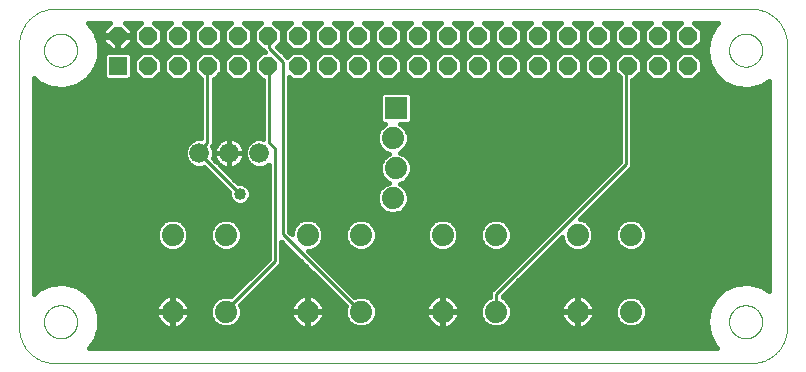
<source format=gbl>
G75*
%MOIN*%
%OFA0B0*%
%FSLAX25Y25*%
%IPPOS*%
%LPD*%
%AMOC8*
5,1,8,0,0,1.08239X$1,22.5*
%
%ADD10C,0.06600*%
%ADD11C,0.07400*%
%ADD12R,0.07400X0.07400*%
%ADD13C,0.00000*%
%ADD14R,0.06000X0.06000*%
%ADD15OC8,0.06000*%
%ADD16C,0.01600*%
%ADD17C,0.01000*%
%ADD18C,0.04000*%
D10*
X0065000Y0075000D03*
X0075000Y0075000D03*
X0085000Y0075000D03*
D11*
X0129500Y0080000D03*
X0130500Y0070000D03*
X0129500Y0060000D03*
X0118900Y0047800D03*
X0101100Y0047800D03*
X0073900Y0047800D03*
X0056100Y0047800D03*
X0056100Y0022200D03*
X0073900Y0022200D03*
X0101100Y0022200D03*
X0118900Y0022200D03*
X0146100Y0022200D03*
X0163900Y0022200D03*
X0191100Y0022200D03*
X0208900Y0022200D03*
X0208900Y0047800D03*
X0191100Y0047800D03*
X0163900Y0047800D03*
X0146100Y0047800D03*
D12*
X0130500Y0090000D03*
D13*
X0016811Y0005000D02*
X0249094Y0005000D01*
X0249379Y0005003D01*
X0249665Y0005014D01*
X0249950Y0005031D01*
X0250234Y0005055D01*
X0250518Y0005086D01*
X0250801Y0005124D01*
X0251082Y0005169D01*
X0251363Y0005220D01*
X0251643Y0005278D01*
X0251921Y0005343D01*
X0252197Y0005415D01*
X0252471Y0005493D01*
X0252744Y0005578D01*
X0253014Y0005670D01*
X0253282Y0005768D01*
X0253548Y0005872D01*
X0253811Y0005983D01*
X0254071Y0006100D01*
X0254329Y0006223D01*
X0254583Y0006353D01*
X0254834Y0006489D01*
X0255082Y0006630D01*
X0255326Y0006778D01*
X0255567Y0006931D01*
X0255803Y0007091D01*
X0256036Y0007256D01*
X0256265Y0007426D01*
X0256490Y0007602D01*
X0256710Y0007784D01*
X0256926Y0007970D01*
X0257137Y0008162D01*
X0257344Y0008359D01*
X0257546Y0008561D01*
X0257743Y0008768D01*
X0257935Y0008979D01*
X0258121Y0009195D01*
X0258303Y0009415D01*
X0258479Y0009640D01*
X0258649Y0009869D01*
X0258814Y0010102D01*
X0258974Y0010338D01*
X0259127Y0010579D01*
X0259275Y0010823D01*
X0259416Y0011071D01*
X0259552Y0011322D01*
X0259682Y0011576D01*
X0259805Y0011834D01*
X0259922Y0012094D01*
X0260033Y0012357D01*
X0260137Y0012623D01*
X0260235Y0012891D01*
X0260327Y0013161D01*
X0260412Y0013434D01*
X0260490Y0013708D01*
X0260562Y0013984D01*
X0260627Y0014262D01*
X0260685Y0014542D01*
X0260736Y0014823D01*
X0260781Y0015104D01*
X0260819Y0015387D01*
X0260850Y0015671D01*
X0260874Y0015955D01*
X0260891Y0016240D01*
X0260902Y0016526D01*
X0260905Y0016811D01*
X0260906Y0016811D02*
X0260906Y0111299D01*
X0260905Y0111299D02*
X0260902Y0111584D01*
X0260891Y0111870D01*
X0260874Y0112155D01*
X0260850Y0112439D01*
X0260819Y0112723D01*
X0260781Y0113006D01*
X0260736Y0113287D01*
X0260685Y0113568D01*
X0260627Y0113848D01*
X0260562Y0114126D01*
X0260490Y0114402D01*
X0260412Y0114676D01*
X0260327Y0114949D01*
X0260235Y0115219D01*
X0260137Y0115487D01*
X0260033Y0115753D01*
X0259922Y0116016D01*
X0259805Y0116276D01*
X0259682Y0116534D01*
X0259552Y0116788D01*
X0259416Y0117039D01*
X0259275Y0117287D01*
X0259127Y0117531D01*
X0258974Y0117772D01*
X0258814Y0118008D01*
X0258649Y0118241D01*
X0258479Y0118470D01*
X0258303Y0118695D01*
X0258121Y0118915D01*
X0257935Y0119131D01*
X0257743Y0119342D01*
X0257546Y0119549D01*
X0257344Y0119751D01*
X0257137Y0119948D01*
X0256926Y0120140D01*
X0256710Y0120326D01*
X0256490Y0120508D01*
X0256265Y0120684D01*
X0256036Y0120854D01*
X0255803Y0121019D01*
X0255567Y0121179D01*
X0255326Y0121332D01*
X0255082Y0121480D01*
X0254834Y0121621D01*
X0254583Y0121757D01*
X0254329Y0121887D01*
X0254071Y0122010D01*
X0253811Y0122127D01*
X0253548Y0122238D01*
X0253282Y0122342D01*
X0253014Y0122440D01*
X0252744Y0122532D01*
X0252471Y0122617D01*
X0252197Y0122695D01*
X0251921Y0122767D01*
X0251643Y0122832D01*
X0251363Y0122890D01*
X0251082Y0122941D01*
X0250801Y0122986D01*
X0250518Y0123024D01*
X0250234Y0123055D01*
X0249950Y0123079D01*
X0249665Y0123096D01*
X0249379Y0123107D01*
X0249094Y0123110D01*
X0016811Y0123110D01*
X0016526Y0123107D01*
X0016240Y0123096D01*
X0015955Y0123079D01*
X0015671Y0123055D01*
X0015387Y0123024D01*
X0015104Y0122986D01*
X0014823Y0122941D01*
X0014542Y0122890D01*
X0014262Y0122832D01*
X0013984Y0122767D01*
X0013708Y0122695D01*
X0013434Y0122617D01*
X0013161Y0122532D01*
X0012891Y0122440D01*
X0012623Y0122342D01*
X0012357Y0122238D01*
X0012094Y0122127D01*
X0011834Y0122010D01*
X0011576Y0121887D01*
X0011322Y0121757D01*
X0011071Y0121621D01*
X0010823Y0121480D01*
X0010579Y0121332D01*
X0010338Y0121179D01*
X0010102Y0121019D01*
X0009869Y0120854D01*
X0009640Y0120684D01*
X0009415Y0120508D01*
X0009195Y0120326D01*
X0008979Y0120140D01*
X0008768Y0119948D01*
X0008561Y0119751D01*
X0008359Y0119549D01*
X0008162Y0119342D01*
X0007970Y0119131D01*
X0007784Y0118915D01*
X0007602Y0118695D01*
X0007426Y0118470D01*
X0007256Y0118241D01*
X0007091Y0118008D01*
X0006931Y0117772D01*
X0006778Y0117531D01*
X0006630Y0117287D01*
X0006489Y0117039D01*
X0006353Y0116788D01*
X0006223Y0116534D01*
X0006100Y0116276D01*
X0005983Y0116016D01*
X0005872Y0115753D01*
X0005768Y0115487D01*
X0005670Y0115219D01*
X0005578Y0114949D01*
X0005493Y0114676D01*
X0005415Y0114402D01*
X0005343Y0114126D01*
X0005278Y0113848D01*
X0005220Y0113568D01*
X0005169Y0113287D01*
X0005124Y0113006D01*
X0005086Y0112723D01*
X0005055Y0112439D01*
X0005031Y0112155D01*
X0005014Y0111870D01*
X0005003Y0111584D01*
X0005000Y0111299D01*
X0005000Y0016811D01*
X0005003Y0016526D01*
X0005014Y0016240D01*
X0005031Y0015955D01*
X0005055Y0015671D01*
X0005086Y0015387D01*
X0005124Y0015104D01*
X0005169Y0014823D01*
X0005220Y0014542D01*
X0005278Y0014262D01*
X0005343Y0013984D01*
X0005415Y0013708D01*
X0005493Y0013434D01*
X0005578Y0013161D01*
X0005670Y0012891D01*
X0005768Y0012623D01*
X0005872Y0012357D01*
X0005983Y0012094D01*
X0006100Y0011834D01*
X0006223Y0011576D01*
X0006353Y0011322D01*
X0006489Y0011071D01*
X0006630Y0010823D01*
X0006778Y0010579D01*
X0006931Y0010338D01*
X0007091Y0010102D01*
X0007256Y0009869D01*
X0007426Y0009640D01*
X0007602Y0009415D01*
X0007784Y0009195D01*
X0007970Y0008979D01*
X0008162Y0008768D01*
X0008359Y0008561D01*
X0008561Y0008359D01*
X0008768Y0008162D01*
X0008979Y0007970D01*
X0009195Y0007784D01*
X0009415Y0007602D01*
X0009640Y0007426D01*
X0009869Y0007256D01*
X0010102Y0007091D01*
X0010338Y0006931D01*
X0010579Y0006778D01*
X0010823Y0006630D01*
X0011071Y0006489D01*
X0011322Y0006353D01*
X0011576Y0006223D01*
X0011834Y0006100D01*
X0012094Y0005983D01*
X0012357Y0005872D01*
X0012623Y0005768D01*
X0012891Y0005670D01*
X0013161Y0005578D01*
X0013434Y0005493D01*
X0013708Y0005415D01*
X0013984Y0005343D01*
X0014262Y0005278D01*
X0014542Y0005220D01*
X0014823Y0005169D01*
X0015104Y0005124D01*
X0015387Y0005086D01*
X0015671Y0005055D01*
X0015955Y0005031D01*
X0016240Y0005014D01*
X0016526Y0005003D01*
X0016811Y0005000D01*
X0013268Y0018780D02*
X0013270Y0018928D01*
X0013276Y0019076D01*
X0013286Y0019224D01*
X0013300Y0019371D01*
X0013318Y0019518D01*
X0013339Y0019664D01*
X0013365Y0019810D01*
X0013395Y0019955D01*
X0013428Y0020099D01*
X0013466Y0020242D01*
X0013507Y0020384D01*
X0013552Y0020525D01*
X0013600Y0020665D01*
X0013653Y0020804D01*
X0013709Y0020941D01*
X0013769Y0021076D01*
X0013832Y0021210D01*
X0013899Y0021342D01*
X0013970Y0021472D01*
X0014044Y0021600D01*
X0014121Y0021726D01*
X0014202Y0021850D01*
X0014286Y0021972D01*
X0014373Y0022091D01*
X0014464Y0022208D01*
X0014558Y0022323D01*
X0014654Y0022435D01*
X0014754Y0022545D01*
X0014856Y0022651D01*
X0014962Y0022755D01*
X0015070Y0022856D01*
X0015181Y0022954D01*
X0015294Y0023050D01*
X0015410Y0023142D01*
X0015528Y0023231D01*
X0015649Y0023316D01*
X0015772Y0023399D01*
X0015897Y0023478D01*
X0016024Y0023554D01*
X0016153Y0023626D01*
X0016284Y0023695D01*
X0016417Y0023760D01*
X0016552Y0023821D01*
X0016688Y0023879D01*
X0016825Y0023934D01*
X0016964Y0023984D01*
X0017105Y0024031D01*
X0017246Y0024074D01*
X0017389Y0024114D01*
X0017533Y0024149D01*
X0017677Y0024181D01*
X0017823Y0024208D01*
X0017969Y0024232D01*
X0018116Y0024252D01*
X0018263Y0024268D01*
X0018410Y0024280D01*
X0018558Y0024288D01*
X0018706Y0024292D01*
X0018854Y0024292D01*
X0019002Y0024288D01*
X0019150Y0024280D01*
X0019297Y0024268D01*
X0019444Y0024252D01*
X0019591Y0024232D01*
X0019737Y0024208D01*
X0019883Y0024181D01*
X0020027Y0024149D01*
X0020171Y0024114D01*
X0020314Y0024074D01*
X0020455Y0024031D01*
X0020596Y0023984D01*
X0020735Y0023934D01*
X0020872Y0023879D01*
X0021008Y0023821D01*
X0021143Y0023760D01*
X0021276Y0023695D01*
X0021407Y0023626D01*
X0021536Y0023554D01*
X0021663Y0023478D01*
X0021788Y0023399D01*
X0021911Y0023316D01*
X0022032Y0023231D01*
X0022150Y0023142D01*
X0022266Y0023050D01*
X0022379Y0022954D01*
X0022490Y0022856D01*
X0022598Y0022755D01*
X0022704Y0022651D01*
X0022806Y0022545D01*
X0022906Y0022435D01*
X0023002Y0022323D01*
X0023096Y0022208D01*
X0023187Y0022091D01*
X0023274Y0021972D01*
X0023358Y0021850D01*
X0023439Y0021726D01*
X0023516Y0021600D01*
X0023590Y0021472D01*
X0023661Y0021342D01*
X0023728Y0021210D01*
X0023791Y0021076D01*
X0023851Y0020941D01*
X0023907Y0020804D01*
X0023960Y0020665D01*
X0024008Y0020525D01*
X0024053Y0020384D01*
X0024094Y0020242D01*
X0024132Y0020099D01*
X0024165Y0019955D01*
X0024195Y0019810D01*
X0024221Y0019664D01*
X0024242Y0019518D01*
X0024260Y0019371D01*
X0024274Y0019224D01*
X0024284Y0019076D01*
X0024290Y0018928D01*
X0024292Y0018780D01*
X0024290Y0018632D01*
X0024284Y0018484D01*
X0024274Y0018336D01*
X0024260Y0018189D01*
X0024242Y0018042D01*
X0024221Y0017896D01*
X0024195Y0017750D01*
X0024165Y0017605D01*
X0024132Y0017461D01*
X0024094Y0017318D01*
X0024053Y0017176D01*
X0024008Y0017035D01*
X0023960Y0016895D01*
X0023907Y0016756D01*
X0023851Y0016619D01*
X0023791Y0016484D01*
X0023728Y0016350D01*
X0023661Y0016218D01*
X0023590Y0016088D01*
X0023516Y0015960D01*
X0023439Y0015834D01*
X0023358Y0015710D01*
X0023274Y0015588D01*
X0023187Y0015469D01*
X0023096Y0015352D01*
X0023002Y0015237D01*
X0022906Y0015125D01*
X0022806Y0015015D01*
X0022704Y0014909D01*
X0022598Y0014805D01*
X0022490Y0014704D01*
X0022379Y0014606D01*
X0022266Y0014510D01*
X0022150Y0014418D01*
X0022032Y0014329D01*
X0021911Y0014244D01*
X0021788Y0014161D01*
X0021663Y0014082D01*
X0021536Y0014006D01*
X0021407Y0013934D01*
X0021276Y0013865D01*
X0021143Y0013800D01*
X0021008Y0013739D01*
X0020872Y0013681D01*
X0020735Y0013626D01*
X0020596Y0013576D01*
X0020455Y0013529D01*
X0020314Y0013486D01*
X0020171Y0013446D01*
X0020027Y0013411D01*
X0019883Y0013379D01*
X0019737Y0013352D01*
X0019591Y0013328D01*
X0019444Y0013308D01*
X0019297Y0013292D01*
X0019150Y0013280D01*
X0019002Y0013272D01*
X0018854Y0013268D01*
X0018706Y0013268D01*
X0018558Y0013272D01*
X0018410Y0013280D01*
X0018263Y0013292D01*
X0018116Y0013308D01*
X0017969Y0013328D01*
X0017823Y0013352D01*
X0017677Y0013379D01*
X0017533Y0013411D01*
X0017389Y0013446D01*
X0017246Y0013486D01*
X0017105Y0013529D01*
X0016964Y0013576D01*
X0016825Y0013626D01*
X0016688Y0013681D01*
X0016552Y0013739D01*
X0016417Y0013800D01*
X0016284Y0013865D01*
X0016153Y0013934D01*
X0016024Y0014006D01*
X0015897Y0014082D01*
X0015772Y0014161D01*
X0015649Y0014244D01*
X0015528Y0014329D01*
X0015410Y0014418D01*
X0015294Y0014510D01*
X0015181Y0014606D01*
X0015070Y0014704D01*
X0014962Y0014805D01*
X0014856Y0014909D01*
X0014754Y0015015D01*
X0014654Y0015125D01*
X0014558Y0015237D01*
X0014464Y0015352D01*
X0014373Y0015469D01*
X0014286Y0015588D01*
X0014202Y0015710D01*
X0014121Y0015834D01*
X0014044Y0015960D01*
X0013970Y0016088D01*
X0013899Y0016218D01*
X0013832Y0016350D01*
X0013769Y0016484D01*
X0013709Y0016619D01*
X0013653Y0016756D01*
X0013600Y0016895D01*
X0013552Y0017035D01*
X0013507Y0017176D01*
X0013466Y0017318D01*
X0013428Y0017461D01*
X0013395Y0017605D01*
X0013365Y0017750D01*
X0013339Y0017896D01*
X0013318Y0018042D01*
X0013300Y0018189D01*
X0013286Y0018336D01*
X0013276Y0018484D01*
X0013270Y0018632D01*
X0013268Y0018780D01*
X0013268Y0109331D02*
X0013270Y0109479D01*
X0013276Y0109627D01*
X0013286Y0109775D01*
X0013300Y0109922D01*
X0013318Y0110069D01*
X0013339Y0110215D01*
X0013365Y0110361D01*
X0013395Y0110506D01*
X0013428Y0110650D01*
X0013466Y0110793D01*
X0013507Y0110935D01*
X0013552Y0111076D01*
X0013600Y0111216D01*
X0013653Y0111355D01*
X0013709Y0111492D01*
X0013769Y0111627D01*
X0013832Y0111761D01*
X0013899Y0111893D01*
X0013970Y0112023D01*
X0014044Y0112151D01*
X0014121Y0112277D01*
X0014202Y0112401D01*
X0014286Y0112523D01*
X0014373Y0112642D01*
X0014464Y0112759D01*
X0014558Y0112874D01*
X0014654Y0112986D01*
X0014754Y0113096D01*
X0014856Y0113202D01*
X0014962Y0113306D01*
X0015070Y0113407D01*
X0015181Y0113505D01*
X0015294Y0113601D01*
X0015410Y0113693D01*
X0015528Y0113782D01*
X0015649Y0113867D01*
X0015772Y0113950D01*
X0015897Y0114029D01*
X0016024Y0114105D01*
X0016153Y0114177D01*
X0016284Y0114246D01*
X0016417Y0114311D01*
X0016552Y0114372D01*
X0016688Y0114430D01*
X0016825Y0114485D01*
X0016964Y0114535D01*
X0017105Y0114582D01*
X0017246Y0114625D01*
X0017389Y0114665D01*
X0017533Y0114700D01*
X0017677Y0114732D01*
X0017823Y0114759D01*
X0017969Y0114783D01*
X0018116Y0114803D01*
X0018263Y0114819D01*
X0018410Y0114831D01*
X0018558Y0114839D01*
X0018706Y0114843D01*
X0018854Y0114843D01*
X0019002Y0114839D01*
X0019150Y0114831D01*
X0019297Y0114819D01*
X0019444Y0114803D01*
X0019591Y0114783D01*
X0019737Y0114759D01*
X0019883Y0114732D01*
X0020027Y0114700D01*
X0020171Y0114665D01*
X0020314Y0114625D01*
X0020455Y0114582D01*
X0020596Y0114535D01*
X0020735Y0114485D01*
X0020872Y0114430D01*
X0021008Y0114372D01*
X0021143Y0114311D01*
X0021276Y0114246D01*
X0021407Y0114177D01*
X0021536Y0114105D01*
X0021663Y0114029D01*
X0021788Y0113950D01*
X0021911Y0113867D01*
X0022032Y0113782D01*
X0022150Y0113693D01*
X0022266Y0113601D01*
X0022379Y0113505D01*
X0022490Y0113407D01*
X0022598Y0113306D01*
X0022704Y0113202D01*
X0022806Y0113096D01*
X0022906Y0112986D01*
X0023002Y0112874D01*
X0023096Y0112759D01*
X0023187Y0112642D01*
X0023274Y0112523D01*
X0023358Y0112401D01*
X0023439Y0112277D01*
X0023516Y0112151D01*
X0023590Y0112023D01*
X0023661Y0111893D01*
X0023728Y0111761D01*
X0023791Y0111627D01*
X0023851Y0111492D01*
X0023907Y0111355D01*
X0023960Y0111216D01*
X0024008Y0111076D01*
X0024053Y0110935D01*
X0024094Y0110793D01*
X0024132Y0110650D01*
X0024165Y0110506D01*
X0024195Y0110361D01*
X0024221Y0110215D01*
X0024242Y0110069D01*
X0024260Y0109922D01*
X0024274Y0109775D01*
X0024284Y0109627D01*
X0024290Y0109479D01*
X0024292Y0109331D01*
X0024290Y0109183D01*
X0024284Y0109035D01*
X0024274Y0108887D01*
X0024260Y0108740D01*
X0024242Y0108593D01*
X0024221Y0108447D01*
X0024195Y0108301D01*
X0024165Y0108156D01*
X0024132Y0108012D01*
X0024094Y0107869D01*
X0024053Y0107727D01*
X0024008Y0107586D01*
X0023960Y0107446D01*
X0023907Y0107307D01*
X0023851Y0107170D01*
X0023791Y0107035D01*
X0023728Y0106901D01*
X0023661Y0106769D01*
X0023590Y0106639D01*
X0023516Y0106511D01*
X0023439Y0106385D01*
X0023358Y0106261D01*
X0023274Y0106139D01*
X0023187Y0106020D01*
X0023096Y0105903D01*
X0023002Y0105788D01*
X0022906Y0105676D01*
X0022806Y0105566D01*
X0022704Y0105460D01*
X0022598Y0105356D01*
X0022490Y0105255D01*
X0022379Y0105157D01*
X0022266Y0105061D01*
X0022150Y0104969D01*
X0022032Y0104880D01*
X0021911Y0104795D01*
X0021788Y0104712D01*
X0021663Y0104633D01*
X0021536Y0104557D01*
X0021407Y0104485D01*
X0021276Y0104416D01*
X0021143Y0104351D01*
X0021008Y0104290D01*
X0020872Y0104232D01*
X0020735Y0104177D01*
X0020596Y0104127D01*
X0020455Y0104080D01*
X0020314Y0104037D01*
X0020171Y0103997D01*
X0020027Y0103962D01*
X0019883Y0103930D01*
X0019737Y0103903D01*
X0019591Y0103879D01*
X0019444Y0103859D01*
X0019297Y0103843D01*
X0019150Y0103831D01*
X0019002Y0103823D01*
X0018854Y0103819D01*
X0018706Y0103819D01*
X0018558Y0103823D01*
X0018410Y0103831D01*
X0018263Y0103843D01*
X0018116Y0103859D01*
X0017969Y0103879D01*
X0017823Y0103903D01*
X0017677Y0103930D01*
X0017533Y0103962D01*
X0017389Y0103997D01*
X0017246Y0104037D01*
X0017105Y0104080D01*
X0016964Y0104127D01*
X0016825Y0104177D01*
X0016688Y0104232D01*
X0016552Y0104290D01*
X0016417Y0104351D01*
X0016284Y0104416D01*
X0016153Y0104485D01*
X0016024Y0104557D01*
X0015897Y0104633D01*
X0015772Y0104712D01*
X0015649Y0104795D01*
X0015528Y0104880D01*
X0015410Y0104969D01*
X0015294Y0105061D01*
X0015181Y0105157D01*
X0015070Y0105255D01*
X0014962Y0105356D01*
X0014856Y0105460D01*
X0014754Y0105566D01*
X0014654Y0105676D01*
X0014558Y0105788D01*
X0014464Y0105903D01*
X0014373Y0106020D01*
X0014286Y0106139D01*
X0014202Y0106261D01*
X0014121Y0106385D01*
X0014044Y0106511D01*
X0013970Y0106639D01*
X0013899Y0106769D01*
X0013832Y0106901D01*
X0013769Y0107035D01*
X0013709Y0107170D01*
X0013653Y0107307D01*
X0013600Y0107446D01*
X0013552Y0107586D01*
X0013507Y0107727D01*
X0013466Y0107869D01*
X0013428Y0108012D01*
X0013395Y0108156D01*
X0013365Y0108301D01*
X0013339Y0108447D01*
X0013318Y0108593D01*
X0013300Y0108740D01*
X0013286Y0108887D01*
X0013276Y0109035D01*
X0013270Y0109183D01*
X0013268Y0109331D01*
X0241614Y0109331D02*
X0241616Y0109479D01*
X0241622Y0109627D01*
X0241632Y0109775D01*
X0241646Y0109922D01*
X0241664Y0110069D01*
X0241685Y0110215D01*
X0241711Y0110361D01*
X0241741Y0110506D01*
X0241774Y0110650D01*
X0241812Y0110793D01*
X0241853Y0110935D01*
X0241898Y0111076D01*
X0241946Y0111216D01*
X0241999Y0111355D01*
X0242055Y0111492D01*
X0242115Y0111627D01*
X0242178Y0111761D01*
X0242245Y0111893D01*
X0242316Y0112023D01*
X0242390Y0112151D01*
X0242467Y0112277D01*
X0242548Y0112401D01*
X0242632Y0112523D01*
X0242719Y0112642D01*
X0242810Y0112759D01*
X0242904Y0112874D01*
X0243000Y0112986D01*
X0243100Y0113096D01*
X0243202Y0113202D01*
X0243308Y0113306D01*
X0243416Y0113407D01*
X0243527Y0113505D01*
X0243640Y0113601D01*
X0243756Y0113693D01*
X0243874Y0113782D01*
X0243995Y0113867D01*
X0244118Y0113950D01*
X0244243Y0114029D01*
X0244370Y0114105D01*
X0244499Y0114177D01*
X0244630Y0114246D01*
X0244763Y0114311D01*
X0244898Y0114372D01*
X0245034Y0114430D01*
X0245171Y0114485D01*
X0245310Y0114535D01*
X0245451Y0114582D01*
X0245592Y0114625D01*
X0245735Y0114665D01*
X0245879Y0114700D01*
X0246023Y0114732D01*
X0246169Y0114759D01*
X0246315Y0114783D01*
X0246462Y0114803D01*
X0246609Y0114819D01*
X0246756Y0114831D01*
X0246904Y0114839D01*
X0247052Y0114843D01*
X0247200Y0114843D01*
X0247348Y0114839D01*
X0247496Y0114831D01*
X0247643Y0114819D01*
X0247790Y0114803D01*
X0247937Y0114783D01*
X0248083Y0114759D01*
X0248229Y0114732D01*
X0248373Y0114700D01*
X0248517Y0114665D01*
X0248660Y0114625D01*
X0248801Y0114582D01*
X0248942Y0114535D01*
X0249081Y0114485D01*
X0249218Y0114430D01*
X0249354Y0114372D01*
X0249489Y0114311D01*
X0249622Y0114246D01*
X0249753Y0114177D01*
X0249882Y0114105D01*
X0250009Y0114029D01*
X0250134Y0113950D01*
X0250257Y0113867D01*
X0250378Y0113782D01*
X0250496Y0113693D01*
X0250612Y0113601D01*
X0250725Y0113505D01*
X0250836Y0113407D01*
X0250944Y0113306D01*
X0251050Y0113202D01*
X0251152Y0113096D01*
X0251252Y0112986D01*
X0251348Y0112874D01*
X0251442Y0112759D01*
X0251533Y0112642D01*
X0251620Y0112523D01*
X0251704Y0112401D01*
X0251785Y0112277D01*
X0251862Y0112151D01*
X0251936Y0112023D01*
X0252007Y0111893D01*
X0252074Y0111761D01*
X0252137Y0111627D01*
X0252197Y0111492D01*
X0252253Y0111355D01*
X0252306Y0111216D01*
X0252354Y0111076D01*
X0252399Y0110935D01*
X0252440Y0110793D01*
X0252478Y0110650D01*
X0252511Y0110506D01*
X0252541Y0110361D01*
X0252567Y0110215D01*
X0252588Y0110069D01*
X0252606Y0109922D01*
X0252620Y0109775D01*
X0252630Y0109627D01*
X0252636Y0109479D01*
X0252638Y0109331D01*
X0252636Y0109183D01*
X0252630Y0109035D01*
X0252620Y0108887D01*
X0252606Y0108740D01*
X0252588Y0108593D01*
X0252567Y0108447D01*
X0252541Y0108301D01*
X0252511Y0108156D01*
X0252478Y0108012D01*
X0252440Y0107869D01*
X0252399Y0107727D01*
X0252354Y0107586D01*
X0252306Y0107446D01*
X0252253Y0107307D01*
X0252197Y0107170D01*
X0252137Y0107035D01*
X0252074Y0106901D01*
X0252007Y0106769D01*
X0251936Y0106639D01*
X0251862Y0106511D01*
X0251785Y0106385D01*
X0251704Y0106261D01*
X0251620Y0106139D01*
X0251533Y0106020D01*
X0251442Y0105903D01*
X0251348Y0105788D01*
X0251252Y0105676D01*
X0251152Y0105566D01*
X0251050Y0105460D01*
X0250944Y0105356D01*
X0250836Y0105255D01*
X0250725Y0105157D01*
X0250612Y0105061D01*
X0250496Y0104969D01*
X0250378Y0104880D01*
X0250257Y0104795D01*
X0250134Y0104712D01*
X0250009Y0104633D01*
X0249882Y0104557D01*
X0249753Y0104485D01*
X0249622Y0104416D01*
X0249489Y0104351D01*
X0249354Y0104290D01*
X0249218Y0104232D01*
X0249081Y0104177D01*
X0248942Y0104127D01*
X0248801Y0104080D01*
X0248660Y0104037D01*
X0248517Y0103997D01*
X0248373Y0103962D01*
X0248229Y0103930D01*
X0248083Y0103903D01*
X0247937Y0103879D01*
X0247790Y0103859D01*
X0247643Y0103843D01*
X0247496Y0103831D01*
X0247348Y0103823D01*
X0247200Y0103819D01*
X0247052Y0103819D01*
X0246904Y0103823D01*
X0246756Y0103831D01*
X0246609Y0103843D01*
X0246462Y0103859D01*
X0246315Y0103879D01*
X0246169Y0103903D01*
X0246023Y0103930D01*
X0245879Y0103962D01*
X0245735Y0103997D01*
X0245592Y0104037D01*
X0245451Y0104080D01*
X0245310Y0104127D01*
X0245171Y0104177D01*
X0245034Y0104232D01*
X0244898Y0104290D01*
X0244763Y0104351D01*
X0244630Y0104416D01*
X0244499Y0104485D01*
X0244370Y0104557D01*
X0244243Y0104633D01*
X0244118Y0104712D01*
X0243995Y0104795D01*
X0243874Y0104880D01*
X0243756Y0104969D01*
X0243640Y0105061D01*
X0243527Y0105157D01*
X0243416Y0105255D01*
X0243308Y0105356D01*
X0243202Y0105460D01*
X0243100Y0105566D01*
X0243000Y0105676D01*
X0242904Y0105788D01*
X0242810Y0105903D01*
X0242719Y0106020D01*
X0242632Y0106139D01*
X0242548Y0106261D01*
X0242467Y0106385D01*
X0242390Y0106511D01*
X0242316Y0106639D01*
X0242245Y0106769D01*
X0242178Y0106901D01*
X0242115Y0107035D01*
X0242055Y0107170D01*
X0241999Y0107307D01*
X0241946Y0107446D01*
X0241898Y0107586D01*
X0241853Y0107727D01*
X0241812Y0107869D01*
X0241774Y0108012D01*
X0241741Y0108156D01*
X0241711Y0108301D01*
X0241685Y0108447D01*
X0241664Y0108593D01*
X0241646Y0108740D01*
X0241632Y0108887D01*
X0241622Y0109035D01*
X0241616Y0109183D01*
X0241614Y0109331D01*
X0241614Y0018780D02*
X0241616Y0018928D01*
X0241622Y0019076D01*
X0241632Y0019224D01*
X0241646Y0019371D01*
X0241664Y0019518D01*
X0241685Y0019664D01*
X0241711Y0019810D01*
X0241741Y0019955D01*
X0241774Y0020099D01*
X0241812Y0020242D01*
X0241853Y0020384D01*
X0241898Y0020525D01*
X0241946Y0020665D01*
X0241999Y0020804D01*
X0242055Y0020941D01*
X0242115Y0021076D01*
X0242178Y0021210D01*
X0242245Y0021342D01*
X0242316Y0021472D01*
X0242390Y0021600D01*
X0242467Y0021726D01*
X0242548Y0021850D01*
X0242632Y0021972D01*
X0242719Y0022091D01*
X0242810Y0022208D01*
X0242904Y0022323D01*
X0243000Y0022435D01*
X0243100Y0022545D01*
X0243202Y0022651D01*
X0243308Y0022755D01*
X0243416Y0022856D01*
X0243527Y0022954D01*
X0243640Y0023050D01*
X0243756Y0023142D01*
X0243874Y0023231D01*
X0243995Y0023316D01*
X0244118Y0023399D01*
X0244243Y0023478D01*
X0244370Y0023554D01*
X0244499Y0023626D01*
X0244630Y0023695D01*
X0244763Y0023760D01*
X0244898Y0023821D01*
X0245034Y0023879D01*
X0245171Y0023934D01*
X0245310Y0023984D01*
X0245451Y0024031D01*
X0245592Y0024074D01*
X0245735Y0024114D01*
X0245879Y0024149D01*
X0246023Y0024181D01*
X0246169Y0024208D01*
X0246315Y0024232D01*
X0246462Y0024252D01*
X0246609Y0024268D01*
X0246756Y0024280D01*
X0246904Y0024288D01*
X0247052Y0024292D01*
X0247200Y0024292D01*
X0247348Y0024288D01*
X0247496Y0024280D01*
X0247643Y0024268D01*
X0247790Y0024252D01*
X0247937Y0024232D01*
X0248083Y0024208D01*
X0248229Y0024181D01*
X0248373Y0024149D01*
X0248517Y0024114D01*
X0248660Y0024074D01*
X0248801Y0024031D01*
X0248942Y0023984D01*
X0249081Y0023934D01*
X0249218Y0023879D01*
X0249354Y0023821D01*
X0249489Y0023760D01*
X0249622Y0023695D01*
X0249753Y0023626D01*
X0249882Y0023554D01*
X0250009Y0023478D01*
X0250134Y0023399D01*
X0250257Y0023316D01*
X0250378Y0023231D01*
X0250496Y0023142D01*
X0250612Y0023050D01*
X0250725Y0022954D01*
X0250836Y0022856D01*
X0250944Y0022755D01*
X0251050Y0022651D01*
X0251152Y0022545D01*
X0251252Y0022435D01*
X0251348Y0022323D01*
X0251442Y0022208D01*
X0251533Y0022091D01*
X0251620Y0021972D01*
X0251704Y0021850D01*
X0251785Y0021726D01*
X0251862Y0021600D01*
X0251936Y0021472D01*
X0252007Y0021342D01*
X0252074Y0021210D01*
X0252137Y0021076D01*
X0252197Y0020941D01*
X0252253Y0020804D01*
X0252306Y0020665D01*
X0252354Y0020525D01*
X0252399Y0020384D01*
X0252440Y0020242D01*
X0252478Y0020099D01*
X0252511Y0019955D01*
X0252541Y0019810D01*
X0252567Y0019664D01*
X0252588Y0019518D01*
X0252606Y0019371D01*
X0252620Y0019224D01*
X0252630Y0019076D01*
X0252636Y0018928D01*
X0252638Y0018780D01*
X0252636Y0018632D01*
X0252630Y0018484D01*
X0252620Y0018336D01*
X0252606Y0018189D01*
X0252588Y0018042D01*
X0252567Y0017896D01*
X0252541Y0017750D01*
X0252511Y0017605D01*
X0252478Y0017461D01*
X0252440Y0017318D01*
X0252399Y0017176D01*
X0252354Y0017035D01*
X0252306Y0016895D01*
X0252253Y0016756D01*
X0252197Y0016619D01*
X0252137Y0016484D01*
X0252074Y0016350D01*
X0252007Y0016218D01*
X0251936Y0016088D01*
X0251862Y0015960D01*
X0251785Y0015834D01*
X0251704Y0015710D01*
X0251620Y0015588D01*
X0251533Y0015469D01*
X0251442Y0015352D01*
X0251348Y0015237D01*
X0251252Y0015125D01*
X0251152Y0015015D01*
X0251050Y0014909D01*
X0250944Y0014805D01*
X0250836Y0014704D01*
X0250725Y0014606D01*
X0250612Y0014510D01*
X0250496Y0014418D01*
X0250378Y0014329D01*
X0250257Y0014244D01*
X0250134Y0014161D01*
X0250009Y0014082D01*
X0249882Y0014006D01*
X0249753Y0013934D01*
X0249622Y0013865D01*
X0249489Y0013800D01*
X0249354Y0013739D01*
X0249218Y0013681D01*
X0249081Y0013626D01*
X0248942Y0013576D01*
X0248801Y0013529D01*
X0248660Y0013486D01*
X0248517Y0013446D01*
X0248373Y0013411D01*
X0248229Y0013379D01*
X0248083Y0013352D01*
X0247937Y0013328D01*
X0247790Y0013308D01*
X0247643Y0013292D01*
X0247496Y0013280D01*
X0247348Y0013272D01*
X0247200Y0013268D01*
X0247052Y0013268D01*
X0246904Y0013272D01*
X0246756Y0013280D01*
X0246609Y0013292D01*
X0246462Y0013308D01*
X0246315Y0013328D01*
X0246169Y0013352D01*
X0246023Y0013379D01*
X0245879Y0013411D01*
X0245735Y0013446D01*
X0245592Y0013486D01*
X0245451Y0013529D01*
X0245310Y0013576D01*
X0245171Y0013626D01*
X0245034Y0013681D01*
X0244898Y0013739D01*
X0244763Y0013800D01*
X0244630Y0013865D01*
X0244499Y0013934D01*
X0244370Y0014006D01*
X0244243Y0014082D01*
X0244118Y0014161D01*
X0243995Y0014244D01*
X0243874Y0014329D01*
X0243756Y0014418D01*
X0243640Y0014510D01*
X0243527Y0014606D01*
X0243416Y0014704D01*
X0243308Y0014805D01*
X0243202Y0014909D01*
X0243100Y0015015D01*
X0243000Y0015125D01*
X0242904Y0015237D01*
X0242810Y0015352D01*
X0242719Y0015469D01*
X0242632Y0015588D01*
X0242548Y0015710D01*
X0242467Y0015834D01*
X0242390Y0015960D01*
X0242316Y0016088D01*
X0242245Y0016218D01*
X0242178Y0016350D01*
X0242115Y0016484D01*
X0242055Y0016619D01*
X0241999Y0016756D01*
X0241946Y0016895D01*
X0241898Y0017035D01*
X0241853Y0017176D01*
X0241812Y0017318D01*
X0241774Y0017461D01*
X0241741Y0017605D01*
X0241711Y0017750D01*
X0241685Y0017896D01*
X0241664Y0018042D01*
X0241646Y0018189D01*
X0241632Y0018336D01*
X0241622Y0018484D01*
X0241616Y0018632D01*
X0241614Y0018780D01*
D14*
X0037835Y0104016D03*
D15*
X0047835Y0104016D03*
X0057835Y0104016D03*
X0067835Y0104016D03*
X0077835Y0104016D03*
X0087835Y0104016D03*
X0097835Y0104016D03*
X0107835Y0104016D03*
X0117835Y0104016D03*
X0127835Y0104016D03*
X0137835Y0104016D03*
X0147835Y0104016D03*
X0157835Y0104016D03*
X0167835Y0104016D03*
X0177835Y0104016D03*
X0187835Y0104016D03*
X0197835Y0104016D03*
X0207835Y0104016D03*
X0217835Y0104016D03*
X0227835Y0104016D03*
X0227835Y0114016D03*
X0217835Y0114016D03*
X0207835Y0114016D03*
X0197835Y0114016D03*
X0187835Y0114016D03*
X0177835Y0114016D03*
X0167835Y0114016D03*
X0157835Y0114016D03*
X0147835Y0114016D03*
X0137835Y0114016D03*
X0127835Y0114016D03*
X0117835Y0114016D03*
X0107835Y0114016D03*
X0097835Y0114016D03*
X0087835Y0114016D03*
X0077835Y0114016D03*
X0067835Y0114016D03*
X0057835Y0114016D03*
X0047835Y0114016D03*
X0037835Y0114016D03*
D16*
X0038035Y0114070D02*
X0043235Y0114070D01*
X0042635Y0114216D02*
X0042635Y0116004D01*
X0040328Y0118310D01*
X0045624Y0118310D01*
X0043235Y0115921D01*
X0043235Y0112110D01*
X0045929Y0109416D01*
X0049740Y0109416D01*
X0052435Y0112110D01*
X0052435Y0115921D01*
X0050046Y0118310D01*
X0055624Y0118310D01*
X0053235Y0115921D01*
X0053235Y0112110D01*
X0055929Y0109416D01*
X0059740Y0109416D01*
X0062435Y0112110D01*
X0062435Y0115921D01*
X0060046Y0118310D01*
X0065624Y0118310D01*
X0063235Y0115921D01*
X0063235Y0112110D01*
X0065929Y0109416D01*
X0069740Y0109416D01*
X0072435Y0112110D01*
X0072435Y0115921D01*
X0070046Y0118310D01*
X0075624Y0118310D01*
X0073235Y0115921D01*
X0073235Y0112110D01*
X0075929Y0109416D01*
X0079740Y0109416D01*
X0082435Y0112110D01*
X0082435Y0115921D01*
X0080046Y0118310D01*
X0085624Y0118310D01*
X0083235Y0115921D01*
X0083235Y0112110D01*
X0085929Y0109416D01*
X0086300Y0109416D01*
X0086300Y0109130D01*
X0086814Y0108616D01*
X0085929Y0108616D01*
X0083235Y0105921D01*
X0083235Y0102110D01*
X0085929Y0099416D01*
X0086300Y0099416D01*
X0086300Y0079765D01*
X0085975Y0079900D01*
X0084025Y0079900D01*
X0082224Y0079154D01*
X0080846Y0077776D01*
X0080100Y0075975D01*
X0080100Y0074025D01*
X0080846Y0072224D01*
X0082224Y0070846D01*
X0084025Y0070100D01*
X0085975Y0070100D01*
X0087776Y0070846D01*
X0088100Y0071170D01*
X0088100Y0039770D01*
X0075574Y0027243D01*
X0074954Y0027500D01*
X0072846Y0027500D01*
X0070898Y0026693D01*
X0069407Y0025202D01*
X0068600Y0023254D01*
X0068600Y0021146D01*
X0069407Y0019198D01*
X0070898Y0017707D01*
X0072846Y0016900D01*
X0074954Y0016900D01*
X0076902Y0017707D01*
X0078393Y0019198D01*
X0079200Y0021146D01*
X0079200Y0023254D01*
X0078709Y0024439D01*
X0091070Y0036800D01*
X0092300Y0038030D01*
X0092300Y0045530D01*
X0113886Y0023944D01*
X0113600Y0023254D01*
X0113600Y0021146D01*
X0114407Y0019198D01*
X0115898Y0017707D01*
X0117846Y0016900D01*
X0119954Y0016900D01*
X0121902Y0017707D01*
X0123393Y0019198D01*
X0124200Y0021146D01*
X0124200Y0023254D01*
X0123393Y0025202D01*
X0121902Y0026693D01*
X0119954Y0027500D01*
X0117846Y0027500D01*
X0116731Y0027038D01*
X0101270Y0042500D01*
X0102154Y0042500D01*
X0104102Y0043307D01*
X0105593Y0044798D01*
X0106400Y0046746D01*
X0106400Y0048854D01*
X0105593Y0050802D01*
X0104102Y0052293D01*
X0102154Y0053100D01*
X0100046Y0053100D01*
X0098098Y0052293D01*
X0096607Y0050802D01*
X0095800Y0048854D01*
X0095800Y0047970D01*
X0095000Y0048770D01*
X0095000Y0100345D01*
X0095929Y0099416D01*
X0099740Y0099416D01*
X0102435Y0102110D01*
X0102435Y0105921D01*
X0099740Y0108616D01*
X0095929Y0108616D01*
X0094342Y0107028D01*
X0093770Y0107600D01*
X0090847Y0110523D01*
X0092435Y0112110D01*
X0092435Y0115921D01*
X0090046Y0118310D01*
X0095624Y0118310D01*
X0093235Y0115921D01*
X0093235Y0112110D01*
X0095929Y0109416D01*
X0099740Y0109416D01*
X0102435Y0112110D01*
X0102435Y0115921D01*
X0100046Y0118310D01*
X0105624Y0118310D01*
X0103235Y0115921D01*
X0103235Y0112110D01*
X0105929Y0109416D01*
X0109740Y0109416D01*
X0112435Y0112110D01*
X0112435Y0115921D01*
X0110046Y0118310D01*
X0115624Y0118310D01*
X0113235Y0115921D01*
X0113235Y0112110D01*
X0115929Y0109416D01*
X0119740Y0109416D01*
X0122435Y0112110D01*
X0122435Y0115921D01*
X0120046Y0118310D01*
X0125624Y0118310D01*
X0123235Y0115921D01*
X0123235Y0112110D01*
X0125929Y0109416D01*
X0129740Y0109416D01*
X0132435Y0112110D01*
X0132435Y0115921D01*
X0130046Y0118310D01*
X0135624Y0118310D01*
X0133235Y0115921D01*
X0133235Y0112110D01*
X0135929Y0109416D01*
X0139740Y0109416D01*
X0142435Y0112110D01*
X0142435Y0115921D01*
X0140046Y0118310D01*
X0145624Y0118310D01*
X0143235Y0115921D01*
X0143235Y0112110D01*
X0145929Y0109416D01*
X0149740Y0109416D01*
X0152435Y0112110D01*
X0152435Y0115921D01*
X0150046Y0118310D01*
X0155624Y0118310D01*
X0153235Y0115921D01*
X0153235Y0112110D01*
X0155929Y0109416D01*
X0159740Y0109416D01*
X0162435Y0112110D01*
X0162435Y0115921D01*
X0160046Y0118310D01*
X0165624Y0118310D01*
X0163235Y0115921D01*
X0163235Y0112110D01*
X0165929Y0109416D01*
X0169740Y0109416D01*
X0172435Y0112110D01*
X0172435Y0115921D01*
X0170046Y0118310D01*
X0175624Y0118310D01*
X0173235Y0115921D01*
X0173235Y0112110D01*
X0175929Y0109416D01*
X0179740Y0109416D01*
X0182435Y0112110D01*
X0182435Y0115921D01*
X0180046Y0118310D01*
X0185624Y0118310D01*
X0183235Y0115921D01*
X0183235Y0112110D01*
X0185929Y0109416D01*
X0189740Y0109416D01*
X0192435Y0112110D01*
X0192435Y0115921D01*
X0190046Y0118310D01*
X0195624Y0118310D01*
X0193235Y0115921D01*
X0193235Y0112110D01*
X0195929Y0109416D01*
X0199740Y0109416D01*
X0202435Y0112110D01*
X0202435Y0115921D01*
X0200046Y0118310D01*
X0205624Y0118310D01*
X0203235Y0115921D01*
X0203235Y0112110D01*
X0205929Y0109416D01*
X0209740Y0109416D01*
X0212435Y0112110D01*
X0212435Y0115921D01*
X0210046Y0118310D01*
X0215624Y0118310D01*
X0213235Y0115921D01*
X0213235Y0112110D01*
X0215929Y0109416D01*
X0219740Y0109416D01*
X0222435Y0112110D01*
X0222435Y0115921D01*
X0220046Y0118310D01*
X0225624Y0118310D01*
X0223235Y0115921D01*
X0223235Y0112110D01*
X0225929Y0109416D01*
X0229740Y0109416D01*
X0232435Y0112110D01*
X0232435Y0115921D01*
X0230046Y0118310D01*
X0237941Y0118310D01*
X0236863Y0117318D01*
X0234826Y0113553D01*
X0234121Y0109331D01*
X0234826Y0105108D01*
X0236863Y0101343D01*
X0240013Y0098444D01*
X0243934Y0096724D01*
X0248200Y0096370D01*
X0252350Y0097421D01*
X0255000Y0099153D01*
X0255000Y0028958D01*
X0252350Y0030689D01*
X0248200Y0031740D01*
X0243934Y0031386D01*
X0240013Y0029667D01*
X0236863Y0026767D01*
X0234826Y0023002D01*
X0234121Y0018780D01*
X0234826Y0014557D01*
X0236863Y0010792D01*
X0237724Y0010000D01*
X0028201Y0010000D01*
X0030217Y0012590D01*
X0031607Y0016639D01*
X0031607Y0020920D01*
X0030217Y0024969D01*
X0027587Y0028347D01*
X0024003Y0030689D01*
X0019853Y0031740D01*
X0015587Y0031386D01*
X0011667Y0029667D01*
X0010000Y0028132D01*
X0010000Y0099978D01*
X0011667Y0098444D01*
X0015587Y0096724D01*
X0019853Y0096370D01*
X0024003Y0097421D01*
X0027587Y0099763D01*
X0030217Y0103141D01*
X0031607Y0107190D01*
X0031607Y0111471D01*
X0030217Y0115520D01*
X0028045Y0118310D01*
X0035341Y0118310D01*
X0033035Y0116004D01*
X0033035Y0114216D01*
X0037635Y0114216D01*
X0037635Y0113816D01*
X0038035Y0113816D01*
X0038035Y0114216D01*
X0042635Y0114216D01*
X0042635Y0113816D02*
X0038035Y0113816D01*
X0038035Y0109216D01*
X0039823Y0109216D01*
X0042635Y0112028D01*
X0042635Y0113816D01*
X0042635Y0112472D02*
X0043235Y0112472D01*
X0044472Y0110873D02*
X0041481Y0110873D01*
X0039882Y0109275D02*
X0086300Y0109275D01*
X0084472Y0110873D02*
X0081198Y0110873D01*
X0082435Y0112472D02*
X0083235Y0112472D01*
X0083235Y0114070D02*
X0082435Y0114070D01*
X0082435Y0115669D02*
X0083235Y0115669D01*
X0084581Y0117268D02*
X0081088Y0117268D01*
X0074581Y0117268D02*
X0071088Y0117268D01*
X0072435Y0115669D02*
X0073235Y0115669D01*
X0073235Y0114070D02*
X0072435Y0114070D01*
X0072435Y0112472D02*
X0073235Y0112472D01*
X0074472Y0110873D02*
X0071198Y0110873D01*
X0069740Y0108616D02*
X0065929Y0108616D01*
X0063235Y0105921D01*
X0063235Y0102110D01*
X0065600Y0099745D01*
X0065600Y0079900D01*
X0064025Y0079900D01*
X0062224Y0079154D01*
X0060846Y0077776D01*
X0060100Y0075975D01*
X0060100Y0074025D01*
X0060846Y0072224D01*
X0062224Y0070846D01*
X0064025Y0070100D01*
X0065975Y0070100D01*
X0066580Y0070351D01*
X0074900Y0062030D01*
X0074900Y0060684D01*
X0075448Y0059361D01*
X0076461Y0058348D01*
X0077784Y0057800D01*
X0079216Y0057800D01*
X0080539Y0058348D01*
X0081552Y0059361D01*
X0082100Y0060684D01*
X0082100Y0062116D01*
X0081552Y0063439D01*
X0080539Y0064452D01*
X0079216Y0065000D01*
X0077870Y0065000D01*
X0071979Y0070891D01*
X0072327Y0070638D01*
X0073042Y0070274D01*
X0073806Y0070026D01*
X0074599Y0069900D01*
X0074914Y0069900D01*
X0074914Y0074914D01*
X0069900Y0074914D01*
X0069900Y0074599D01*
X0070026Y0073806D01*
X0070274Y0073042D01*
X0070638Y0072327D01*
X0070891Y0071979D01*
X0069591Y0073279D01*
X0069900Y0074025D01*
X0069900Y0075975D01*
X0069386Y0077216D01*
X0069800Y0077630D01*
X0069800Y0099476D01*
X0072435Y0102110D01*
X0072435Y0105921D01*
X0069740Y0108616D01*
X0070679Y0107676D02*
X0074990Y0107676D01*
X0075929Y0108616D02*
X0073235Y0105921D01*
X0073235Y0102110D01*
X0075929Y0099416D01*
X0079740Y0099416D01*
X0082435Y0102110D01*
X0082435Y0105921D01*
X0079740Y0108616D01*
X0075929Y0108616D01*
X0073391Y0106078D02*
X0072278Y0106078D01*
X0072435Y0104479D02*
X0073235Y0104479D01*
X0073235Y0102881D02*
X0072435Y0102881D01*
X0071607Y0101282D02*
X0074063Y0101282D01*
X0075661Y0099684D02*
X0070008Y0099684D01*
X0069800Y0098085D02*
X0086300Y0098085D01*
X0085661Y0099684D02*
X0080008Y0099684D01*
X0081607Y0101282D02*
X0084063Y0101282D01*
X0083235Y0102881D02*
X0082435Y0102881D01*
X0082435Y0104479D02*
X0083235Y0104479D01*
X0083391Y0106078D02*
X0082278Y0106078D01*
X0080679Y0107676D02*
X0084990Y0107676D01*
X0091198Y0110873D02*
X0094472Y0110873D01*
X0093235Y0112472D02*
X0092435Y0112472D01*
X0092435Y0114070D02*
X0093235Y0114070D01*
X0093235Y0115669D02*
X0092435Y0115669D01*
X0091088Y0117268D02*
X0094581Y0117268D01*
X0101088Y0117268D02*
X0104581Y0117268D01*
X0103235Y0115669D02*
X0102435Y0115669D01*
X0102435Y0114070D02*
X0103235Y0114070D01*
X0103235Y0112472D02*
X0102435Y0112472D01*
X0101198Y0110873D02*
X0104472Y0110873D01*
X0105929Y0108616D02*
X0103235Y0105921D01*
X0103235Y0102110D01*
X0105929Y0099416D01*
X0109740Y0099416D01*
X0112435Y0102110D01*
X0112435Y0105921D01*
X0109740Y0108616D01*
X0105929Y0108616D01*
X0104990Y0107676D02*
X0100679Y0107676D01*
X0102278Y0106078D02*
X0103391Y0106078D01*
X0103235Y0104479D02*
X0102435Y0104479D01*
X0102435Y0102881D02*
X0103235Y0102881D01*
X0104063Y0101282D02*
X0101607Y0101282D01*
X0100008Y0099684D02*
X0105661Y0099684D01*
X0110008Y0099684D02*
X0115661Y0099684D01*
X0115929Y0099416D02*
X0119740Y0099416D01*
X0122435Y0102110D01*
X0122435Y0105921D01*
X0119740Y0108616D01*
X0115929Y0108616D01*
X0113235Y0105921D01*
X0113235Y0102110D01*
X0115929Y0099416D01*
X0114063Y0101282D02*
X0111607Y0101282D01*
X0112435Y0102881D02*
X0113235Y0102881D01*
X0113235Y0104479D02*
X0112435Y0104479D01*
X0112278Y0106078D02*
X0113391Y0106078D01*
X0114990Y0107676D02*
X0110679Y0107676D01*
X0111198Y0110873D02*
X0114472Y0110873D01*
X0113235Y0112472D02*
X0112435Y0112472D01*
X0112435Y0114070D02*
X0113235Y0114070D01*
X0113235Y0115669D02*
X0112435Y0115669D01*
X0111088Y0117268D02*
X0114581Y0117268D01*
X0121088Y0117268D02*
X0124581Y0117268D01*
X0123235Y0115669D02*
X0122435Y0115669D01*
X0122435Y0114070D02*
X0123235Y0114070D01*
X0123235Y0112472D02*
X0122435Y0112472D01*
X0121198Y0110873D02*
X0124472Y0110873D01*
X0125929Y0108616D02*
X0123235Y0105921D01*
X0123235Y0102110D01*
X0125929Y0099416D01*
X0129740Y0099416D01*
X0132435Y0102110D01*
X0132435Y0105921D01*
X0129740Y0108616D01*
X0125929Y0108616D01*
X0124990Y0107676D02*
X0120679Y0107676D01*
X0122278Y0106078D02*
X0123391Y0106078D01*
X0123235Y0104479D02*
X0122435Y0104479D01*
X0122435Y0102881D02*
X0123235Y0102881D01*
X0124063Y0101282D02*
X0121607Y0101282D01*
X0120008Y0099684D02*
X0125661Y0099684D01*
X0130008Y0099684D02*
X0135661Y0099684D01*
X0135929Y0099416D02*
X0139740Y0099416D01*
X0142435Y0102110D01*
X0142435Y0105921D01*
X0139740Y0108616D01*
X0135929Y0108616D01*
X0133235Y0105921D01*
X0133235Y0102110D01*
X0135929Y0099416D01*
X0134063Y0101282D02*
X0131607Y0101282D01*
X0132435Y0102881D02*
X0133235Y0102881D01*
X0133235Y0104479D02*
X0132435Y0104479D01*
X0132278Y0106078D02*
X0133391Y0106078D01*
X0134990Y0107676D02*
X0130679Y0107676D01*
X0131198Y0110873D02*
X0134472Y0110873D01*
X0133235Y0112472D02*
X0132435Y0112472D01*
X0132435Y0114070D02*
X0133235Y0114070D01*
X0133235Y0115669D02*
X0132435Y0115669D01*
X0131088Y0117268D02*
X0134581Y0117268D01*
X0141088Y0117268D02*
X0144581Y0117268D01*
X0143235Y0115669D02*
X0142435Y0115669D01*
X0142435Y0114070D02*
X0143235Y0114070D01*
X0143235Y0112472D02*
X0142435Y0112472D01*
X0141198Y0110873D02*
X0144472Y0110873D01*
X0145929Y0108616D02*
X0143235Y0105921D01*
X0143235Y0102110D01*
X0145929Y0099416D01*
X0149740Y0099416D01*
X0152435Y0102110D01*
X0152435Y0105921D01*
X0149740Y0108616D01*
X0145929Y0108616D01*
X0144990Y0107676D02*
X0140679Y0107676D01*
X0142278Y0106078D02*
X0143391Y0106078D01*
X0143235Y0104479D02*
X0142435Y0104479D01*
X0142435Y0102881D02*
X0143235Y0102881D01*
X0144063Y0101282D02*
X0141607Y0101282D01*
X0140008Y0099684D02*
X0145661Y0099684D01*
X0150008Y0099684D02*
X0155661Y0099684D01*
X0155929Y0099416D02*
X0159740Y0099416D01*
X0162435Y0102110D01*
X0162435Y0105921D01*
X0159740Y0108616D01*
X0155929Y0108616D01*
X0153235Y0105921D01*
X0153235Y0102110D01*
X0155929Y0099416D01*
X0154063Y0101282D02*
X0151607Y0101282D01*
X0152435Y0102881D02*
X0153235Y0102881D01*
X0153235Y0104479D02*
X0152435Y0104479D01*
X0152278Y0106078D02*
X0153391Y0106078D01*
X0154990Y0107676D02*
X0150679Y0107676D01*
X0151198Y0110873D02*
X0154472Y0110873D01*
X0153235Y0112472D02*
X0152435Y0112472D01*
X0152435Y0114070D02*
X0153235Y0114070D01*
X0153235Y0115669D02*
X0152435Y0115669D01*
X0151088Y0117268D02*
X0154581Y0117268D01*
X0161088Y0117268D02*
X0164581Y0117268D01*
X0163235Y0115669D02*
X0162435Y0115669D01*
X0162435Y0114070D02*
X0163235Y0114070D01*
X0163235Y0112472D02*
X0162435Y0112472D01*
X0161198Y0110873D02*
X0164472Y0110873D01*
X0165929Y0108616D02*
X0163235Y0105921D01*
X0163235Y0102110D01*
X0165929Y0099416D01*
X0169740Y0099416D01*
X0172435Y0102110D01*
X0172435Y0105921D01*
X0169740Y0108616D01*
X0165929Y0108616D01*
X0164990Y0107676D02*
X0160679Y0107676D01*
X0162278Y0106078D02*
X0163391Y0106078D01*
X0163235Y0104479D02*
X0162435Y0104479D01*
X0162435Y0102881D02*
X0163235Y0102881D01*
X0164063Y0101282D02*
X0161607Y0101282D01*
X0160008Y0099684D02*
X0165661Y0099684D01*
X0170008Y0099684D02*
X0175661Y0099684D01*
X0175929Y0099416D02*
X0179740Y0099416D01*
X0182435Y0102110D01*
X0182435Y0105921D01*
X0179740Y0108616D01*
X0175929Y0108616D01*
X0173235Y0105921D01*
X0173235Y0102110D01*
X0175929Y0099416D01*
X0174063Y0101282D02*
X0171607Y0101282D01*
X0172435Y0102881D02*
X0173235Y0102881D01*
X0173235Y0104479D02*
X0172435Y0104479D01*
X0172278Y0106078D02*
X0173391Y0106078D01*
X0174990Y0107676D02*
X0170679Y0107676D01*
X0171198Y0110873D02*
X0174472Y0110873D01*
X0173235Y0112472D02*
X0172435Y0112472D01*
X0172435Y0114070D02*
X0173235Y0114070D01*
X0173235Y0115669D02*
X0172435Y0115669D01*
X0171088Y0117268D02*
X0174581Y0117268D01*
X0181088Y0117268D02*
X0184581Y0117268D01*
X0183235Y0115669D02*
X0182435Y0115669D01*
X0182435Y0114070D02*
X0183235Y0114070D01*
X0183235Y0112472D02*
X0182435Y0112472D01*
X0181198Y0110873D02*
X0184472Y0110873D01*
X0185929Y0108616D02*
X0183235Y0105921D01*
X0183235Y0102110D01*
X0185929Y0099416D01*
X0189740Y0099416D01*
X0192435Y0102110D01*
X0192435Y0105921D01*
X0189740Y0108616D01*
X0185929Y0108616D01*
X0184990Y0107676D02*
X0180679Y0107676D01*
X0182278Y0106078D02*
X0183391Y0106078D01*
X0183235Y0104479D02*
X0182435Y0104479D01*
X0182435Y0102881D02*
X0183235Y0102881D01*
X0184063Y0101282D02*
X0181607Y0101282D01*
X0180008Y0099684D02*
X0185661Y0099684D01*
X0190008Y0099684D02*
X0195661Y0099684D01*
X0195929Y0099416D02*
X0199740Y0099416D01*
X0202435Y0102110D01*
X0202435Y0105921D01*
X0199740Y0108616D01*
X0195929Y0108616D01*
X0193235Y0105921D01*
X0193235Y0102110D01*
X0195929Y0099416D01*
X0194063Y0101282D02*
X0191607Y0101282D01*
X0192435Y0102881D02*
X0193235Y0102881D01*
X0193235Y0104479D02*
X0192435Y0104479D01*
X0192278Y0106078D02*
X0193391Y0106078D01*
X0194990Y0107676D02*
X0190679Y0107676D01*
X0191198Y0110873D02*
X0194472Y0110873D01*
X0193235Y0112472D02*
X0192435Y0112472D01*
X0192435Y0114070D02*
X0193235Y0114070D01*
X0193235Y0115669D02*
X0192435Y0115669D01*
X0191088Y0117268D02*
X0194581Y0117268D01*
X0201088Y0117268D02*
X0204581Y0117268D01*
X0203235Y0115669D02*
X0202435Y0115669D01*
X0202435Y0114070D02*
X0203235Y0114070D01*
X0203235Y0112472D02*
X0202435Y0112472D01*
X0201198Y0110873D02*
X0204472Y0110873D01*
X0205929Y0108616D02*
X0203235Y0105921D01*
X0203235Y0102110D01*
X0205100Y0100245D01*
X0205100Y0072170D01*
X0163130Y0030200D01*
X0161900Y0028970D01*
X0161900Y0027108D01*
X0160898Y0026693D01*
X0159407Y0025202D01*
X0158600Y0023254D01*
X0158600Y0021146D01*
X0159407Y0019198D01*
X0160898Y0017707D01*
X0162846Y0016900D01*
X0164954Y0016900D01*
X0166902Y0017707D01*
X0168393Y0019198D01*
X0169200Y0021146D01*
X0169200Y0023254D01*
X0168393Y0025202D01*
X0166902Y0026693D01*
X0166100Y0027025D01*
X0166100Y0027230D01*
X0185800Y0046930D01*
X0185800Y0046746D01*
X0186607Y0044798D01*
X0188098Y0043307D01*
X0190046Y0042500D01*
X0192154Y0042500D01*
X0194102Y0043307D01*
X0195593Y0044798D01*
X0196400Y0046746D01*
X0196400Y0048854D01*
X0195593Y0050802D01*
X0194102Y0052293D01*
X0192154Y0053100D01*
X0191970Y0053100D01*
X0209300Y0070430D01*
X0209300Y0099416D01*
X0209740Y0099416D01*
X0212435Y0102110D01*
X0212435Y0105921D01*
X0209740Y0108616D01*
X0205929Y0108616D01*
X0204990Y0107676D02*
X0200679Y0107676D01*
X0202278Y0106078D02*
X0203391Y0106078D01*
X0203235Y0104479D02*
X0202435Y0104479D01*
X0202435Y0102881D02*
X0203235Y0102881D01*
X0204063Y0101282D02*
X0201607Y0101282D01*
X0200008Y0099684D02*
X0205100Y0099684D01*
X0205100Y0098085D02*
X0095000Y0098085D01*
X0095000Y0099684D02*
X0095661Y0099684D01*
X0095000Y0096487D02*
X0205100Y0096487D01*
X0205100Y0094888D02*
X0135274Y0094888D01*
X0134863Y0095300D02*
X0126137Y0095300D01*
X0125200Y0094363D01*
X0125200Y0085637D01*
X0126137Y0084700D01*
X0126997Y0084700D01*
X0126498Y0084493D01*
X0125007Y0083002D01*
X0124200Y0081054D01*
X0124200Y0078946D01*
X0125007Y0076998D01*
X0126498Y0075507D01*
X0128222Y0074793D01*
X0127498Y0074493D01*
X0126007Y0073002D01*
X0125200Y0071054D01*
X0125200Y0068946D01*
X0126007Y0066998D01*
X0127498Y0065507D01*
X0128222Y0065207D01*
X0126498Y0064493D01*
X0125007Y0063002D01*
X0124200Y0061054D01*
X0124200Y0058946D01*
X0125007Y0056998D01*
X0126498Y0055507D01*
X0128446Y0054700D01*
X0130554Y0054700D01*
X0132502Y0055507D01*
X0133993Y0056998D01*
X0134800Y0058946D01*
X0134800Y0061054D01*
X0133993Y0063002D01*
X0132502Y0064493D01*
X0131778Y0064793D01*
X0133502Y0065507D01*
X0134993Y0066998D01*
X0135800Y0068946D01*
X0135800Y0071054D01*
X0134993Y0073002D01*
X0133502Y0074493D01*
X0131778Y0075207D01*
X0132502Y0075507D01*
X0133993Y0076998D01*
X0134800Y0078946D01*
X0134800Y0081054D01*
X0133993Y0083002D01*
X0132502Y0084493D01*
X0132003Y0084700D01*
X0134863Y0084700D01*
X0135800Y0085637D01*
X0135800Y0094363D01*
X0134863Y0095300D01*
X0135800Y0093290D02*
X0205100Y0093290D01*
X0209300Y0093290D02*
X0255000Y0093290D01*
X0255000Y0094888D02*
X0209300Y0094888D01*
X0209300Y0096487D02*
X0246794Y0096487D01*
X0248660Y0096487D02*
X0255000Y0096487D01*
X0255000Y0098085D02*
X0253366Y0098085D01*
X0240830Y0098085D02*
X0209300Y0098085D01*
X0210008Y0099684D02*
X0215661Y0099684D01*
X0215929Y0099416D02*
X0219740Y0099416D01*
X0222435Y0102110D01*
X0222435Y0105921D01*
X0219740Y0108616D01*
X0215929Y0108616D01*
X0213235Y0105921D01*
X0213235Y0102110D01*
X0215929Y0099416D01*
X0214063Y0101282D02*
X0211607Y0101282D01*
X0212435Y0102881D02*
X0213235Y0102881D01*
X0213235Y0104479D02*
X0212435Y0104479D01*
X0212278Y0106078D02*
X0213391Y0106078D01*
X0214990Y0107676D02*
X0210679Y0107676D01*
X0211198Y0110873D02*
X0214472Y0110873D01*
X0213235Y0112472D02*
X0212435Y0112472D01*
X0212435Y0114070D02*
X0213235Y0114070D01*
X0213235Y0115669D02*
X0212435Y0115669D01*
X0211088Y0117268D02*
X0214581Y0117268D01*
X0221088Y0117268D02*
X0224581Y0117268D01*
X0223235Y0115669D02*
X0222435Y0115669D01*
X0222435Y0114070D02*
X0223235Y0114070D01*
X0223235Y0112472D02*
X0222435Y0112472D01*
X0221198Y0110873D02*
X0224472Y0110873D01*
X0225929Y0108616D02*
X0223235Y0105921D01*
X0223235Y0102110D01*
X0225929Y0099416D01*
X0229740Y0099416D01*
X0232435Y0102110D01*
X0232435Y0105921D01*
X0229740Y0108616D01*
X0225929Y0108616D01*
X0224990Y0107676D02*
X0220679Y0107676D01*
X0222278Y0106078D02*
X0223391Y0106078D01*
X0223235Y0104479D02*
X0222435Y0104479D01*
X0222435Y0102881D02*
X0223235Y0102881D01*
X0224063Y0101282D02*
X0221607Y0101282D01*
X0220008Y0099684D02*
X0225661Y0099684D01*
X0230008Y0099684D02*
X0238666Y0099684D01*
X0236929Y0101282D02*
X0231607Y0101282D01*
X0232435Y0102881D02*
X0236031Y0102881D01*
X0235166Y0104479D02*
X0232435Y0104479D01*
X0232278Y0106078D02*
X0234664Y0106078D01*
X0234397Y0107676D02*
X0230679Y0107676D01*
X0234131Y0109275D02*
X0092095Y0109275D01*
X0093693Y0107676D02*
X0094990Y0107676D01*
X0086300Y0096487D02*
X0069800Y0096487D01*
X0069800Y0094888D02*
X0086300Y0094888D01*
X0086300Y0093290D02*
X0069800Y0093290D01*
X0065600Y0093290D02*
X0010000Y0093290D01*
X0010000Y0094888D02*
X0065600Y0094888D01*
X0065600Y0096487D02*
X0020313Y0096487D01*
X0018448Y0096487D02*
X0010000Y0096487D01*
X0010000Y0098085D02*
X0012483Y0098085D01*
X0010319Y0099684D02*
X0010000Y0099684D01*
X0025020Y0098085D02*
X0065600Y0098085D01*
X0065600Y0099684D02*
X0060008Y0099684D01*
X0059740Y0099416D02*
X0062435Y0102110D01*
X0062435Y0105921D01*
X0059740Y0108616D01*
X0055929Y0108616D01*
X0053235Y0105921D01*
X0053235Y0102110D01*
X0055929Y0099416D01*
X0059740Y0099416D01*
X0061607Y0101282D02*
X0064063Y0101282D01*
X0063235Y0102881D02*
X0062435Y0102881D01*
X0062435Y0104479D02*
X0063235Y0104479D01*
X0063391Y0106078D02*
X0062278Y0106078D01*
X0060679Y0107676D02*
X0064990Y0107676D01*
X0064472Y0110873D02*
X0061198Y0110873D01*
X0062435Y0112472D02*
X0063235Y0112472D01*
X0063235Y0114070D02*
X0062435Y0114070D01*
X0062435Y0115669D02*
X0063235Y0115669D01*
X0064581Y0117268D02*
X0061088Y0117268D01*
X0054581Y0117268D02*
X0051088Y0117268D01*
X0052435Y0115669D02*
X0053235Y0115669D01*
X0053235Y0114070D02*
X0052435Y0114070D01*
X0052435Y0112472D02*
X0053235Y0112472D01*
X0054472Y0110873D02*
X0051198Y0110873D01*
X0049740Y0108616D02*
X0045929Y0108616D01*
X0043235Y0105921D01*
X0043235Y0102110D01*
X0045929Y0099416D01*
X0049740Y0099416D01*
X0052435Y0102110D01*
X0052435Y0105921D01*
X0049740Y0108616D01*
X0050679Y0107676D02*
X0054990Y0107676D01*
X0053391Y0106078D02*
X0052278Y0106078D01*
X0052435Y0104479D02*
X0053235Y0104479D01*
X0053235Y0102881D02*
X0052435Y0102881D01*
X0051607Y0101282D02*
X0054063Y0101282D01*
X0055661Y0099684D02*
X0050008Y0099684D01*
X0045661Y0099684D02*
X0041766Y0099684D01*
X0041497Y0099416D02*
X0042435Y0100353D01*
X0042435Y0107678D01*
X0041497Y0108616D01*
X0034172Y0108616D01*
X0033235Y0107678D01*
X0033235Y0100353D01*
X0034172Y0099416D01*
X0041497Y0099416D01*
X0042435Y0101282D02*
X0044063Y0101282D01*
X0043235Y0102881D02*
X0042435Y0102881D01*
X0042435Y0104479D02*
X0043235Y0104479D01*
X0043391Y0106078D02*
X0042435Y0106078D01*
X0042435Y0107676D02*
X0044990Y0107676D01*
X0038035Y0109275D02*
X0037635Y0109275D01*
X0037635Y0109216D02*
X0035846Y0109216D01*
X0033035Y0112028D01*
X0033035Y0113816D01*
X0037635Y0113816D01*
X0037635Y0109216D01*
X0035787Y0109275D02*
X0031607Y0109275D01*
X0031607Y0110873D02*
X0034189Y0110873D01*
X0033035Y0112472D02*
X0031263Y0112472D01*
X0030715Y0114070D02*
X0037635Y0114070D01*
X0037635Y0112472D02*
X0038035Y0112472D01*
X0038035Y0110873D02*
X0037635Y0110873D01*
X0033235Y0107676D02*
X0031607Y0107676D01*
X0031225Y0106078D02*
X0033235Y0106078D01*
X0033235Y0104479D02*
X0030676Y0104479D01*
X0030014Y0102881D02*
X0033235Y0102881D01*
X0033235Y0101282D02*
X0028770Y0101282D01*
X0027467Y0099684D02*
X0033904Y0099684D01*
X0010000Y0091691D02*
X0065600Y0091691D01*
X0065600Y0090093D02*
X0010000Y0090093D01*
X0010000Y0088494D02*
X0065600Y0088494D01*
X0065600Y0086896D02*
X0010000Y0086896D01*
X0010000Y0085297D02*
X0065600Y0085297D01*
X0065600Y0083699D02*
X0010000Y0083699D01*
X0010000Y0082100D02*
X0065600Y0082100D01*
X0069800Y0082100D02*
X0086300Y0082100D01*
X0086300Y0083699D02*
X0069800Y0083699D01*
X0069800Y0085297D02*
X0086300Y0085297D01*
X0086300Y0086896D02*
X0069800Y0086896D01*
X0069800Y0088494D02*
X0086300Y0088494D01*
X0086300Y0090093D02*
X0069800Y0090093D01*
X0069800Y0091691D02*
X0086300Y0091691D01*
X0095000Y0091691D02*
X0125200Y0091691D01*
X0125200Y0090093D02*
X0095000Y0090093D01*
X0095000Y0088494D02*
X0125200Y0088494D01*
X0125200Y0086896D02*
X0095000Y0086896D01*
X0095000Y0085297D02*
X0125540Y0085297D01*
X0125703Y0083699D02*
X0095000Y0083699D01*
X0095000Y0082100D02*
X0124633Y0082100D01*
X0124200Y0080502D02*
X0095000Y0080502D01*
X0095000Y0078903D02*
X0124218Y0078903D01*
X0124880Y0077305D02*
X0095000Y0077305D01*
X0095000Y0075706D02*
X0126298Y0075706D01*
X0127112Y0074108D02*
X0095000Y0074108D01*
X0095000Y0072509D02*
X0125803Y0072509D01*
X0125200Y0070911D02*
X0095000Y0070911D01*
X0095000Y0069312D02*
X0125200Y0069312D01*
X0125710Y0067714D02*
X0095000Y0067714D01*
X0095000Y0066115D02*
X0126890Y0066115D01*
X0126555Y0064517D02*
X0095000Y0064517D01*
X0095000Y0062918D02*
X0124972Y0062918D01*
X0124310Y0061320D02*
X0095000Y0061320D01*
X0095000Y0059721D02*
X0124200Y0059721D01*
X0124541Y0058123D02*
X0095000Y0058123D01*
X0095000Y0056524D02*
X0125481Y0056524D01*
X0127901Y0054926D02*
X0095000Y0054926D01*
X0095000Y0053327D02*
X0186257Y0053327D01*
X0184659Y0051729D02*
X0167467Y0051729D01*
X0166902Y0052293D02*
X0164954Y0053100D01*
X0162846Y0053100D01*
X0160898Y0052293D01*
X0159407Y0050802D01*
X0158600Y0048854D01*
X0158600Y0046746D01*
X0159407Y0044798D01*
X0160898Y0043307D01*
X0162846Y0042500D01*
X0164954Y0042500D01*
X0166902Y0043307D01*
X0168393Y0044798D01*
X0169200Y0046746D01*
X0169200Y0048854D01*
X0168393Y0050802D01*
X0166902Y0052293D01*
X0168672Y0050130D02*
X0183060Y0050130D01*
X0181462Y0048532D02*
X0169200Y0048532D01*
X0169200Y0046933D02*
X0179863Y0046933D01*
X0178265Y0045334D02*
X0168615Y0045334D01*
X0167331Y0043736D02*
X0176666Y0043736D01*
X0175068Y0042137D02*
X0101632Y0042137D01*
X0103231Y0040539D02*
X0173469Y0040539D01*
X0171871Y0038940D02*
X0104829Y0038940D01*
X0106428Y0037342D02*
X0170272Y0037342D01*
X0168674Y0035743D02*
X0108026Y0035743D01*
X0109625Y0034145D02*
X0167075Y0034145D01*
X0165477Y0032546D02*
X0111223Y0032546D01*
X0112822Y0030948D02*
X0163878Y0030948D01*
X0162280Y0029349D02*
X0114420Y0029349D01*
X0116019Y0027751D02*
X0161900Y0027751D01*
X0160357Y0026152D02*
X0149926Y0026152D01*
X0149683Y0026395D02*
X0148983Y0026904D01*
X0148211Y0027297D01*
X0147388Y0027565D01*
X0146533Y0027700D01*
X0146300Y0027700D01*
X0146300Y0022400D01*
X0145900Y0022400D01*
X0145900Y0027700D01*
X0145667Y0027700D01*
X0144812Y0027565D01*
X0143989Y0027297D01*
X0143217Y0026904D01*
X0142517Y0026395D01*
X0141905Y0025783D01*
X0141396Y0025083D01*
X0141003Y0024311D01*
X0140735Y0023488D01*
X0140600Y0022633D01*
X0140600Y0022400D01*
X0145900Y0022400D01*
X0145900Y0022000D01*
X0140600Y0022000D01*
X0140600Y0021767D01*
X0140735Y0020912D01*
X0141003Y0020089D01*
X0141396Y0019317D01*
X0141905Y0018617D01*
X0142517Y0018005D01*
X0143217Y0017496D01*
X0143989Y0017103D01*
X0144812Y0016835D01*
X0145667Y0016700D01*
X0145900Y0016700D01*
X0145900Y0022000D01*
X0146300Y0022000D01*
X0146300Y0022400D01*
X0151600Y0022400D01*
X0151600Y0022633D01*
X0151465Y0023488D01*
X0151197Y0024311D01*
X0150804Y0025083D01*
X0150295Y0025783D01*
X0149683Y0026395D01*
X0151073Y0024554D02*
X0159138Y0024554D01*
X0158600Y0022955D02*
X0151549Y0022955D01*
X0151600Y0022000D02*
X0146300Y0022000D01*
X0146300Y0016700D01*
X0146533Y0016700D01*
X0147388Y0016835D01*
X0148211Y0017103D01*
X0148983Y0017496D01*
X0149683Y0018005D01*
X0150295Y0018617D01*
X0150804Y0019317D01*
X0151197Y0020089D01*
X0151465Y0020912D01*
X0151600Y0021767D01*
X0151600Y0022000D01*
X0151535Y0021357D02*
X0158600Y0021357D01*
X0159175Y0019758D02*
X0151029Y0019758D01*
X0149838Y0018160D02*
X0160445Y0018160D01*
X0167355Y0018160D02*
X0187362Y0018160D01*
X0187517Y0018005D02*
X0188217Y0017496D01*
X0188989Y0017103D01*
X0189812Y0016835D01*
X0190667Y0016700D01*
X0190900Y0016700D01*
X0190900Y0022000D01*
X0185600Y0022000D01*
X0185600Y0021767D01*
X0185735Y0020912D01*
X0186003Y0020089D01*
X0186396Y0019317D01*
X0186905Y0018617D01*
X0187517Y0018005D01*
X0186171Y0019758D02*
X0168625Y0019758D01*
X0169200Y0021357D02*
X0185665Y0021357D01*
X0185600Y0022400D02*
X0190900Y0022400D01*
X0190900Y0027700D01*
X0190667Y0027700D01*
X0189812Y0027565D01*
X0188989Y0027297D01*
X0188217Y0026904D01*
X0187517Y0026395D01*
X0186905Y0025783D01*
X0186396Y0025083D01*
X0186003Y0024311D01*
X0185735Y0023488D01*
X0185600Y0022633D01*
X0185600Y0022400D01*
X0185651Y0022955D02*
X0169200Y0022955D01*
X0168662Y0024554D02*
X0186127Y0024554D01*
X0190900Y0024554D02*
X0191300Y0024554D01*
X0191300Y0022955D02*
X0190900Y0022955D01*
X0190900Y0022400D02*
X0191300Y0022400D01*
X0191300Y0027700D01*
X0191533Y0027700D01*
X0192388Y0027565D01*
X0193211Y0027297D01*
X0193983Y0026904D01*
X0194683Y0026395D01*
X0195295Y0025783D01*
X0195804Y0025083D01*
X0196197Y0024311D01*
X0196465Y0023488D01*
X0196600Y0022633D01*
X0196600Y0022400D01*
X0191300Y0022400D01*
X0191300Y0022000D01*
X0196600Y0022000D01*
X0196600Y0021767D01*
X0196465Y0020912D01*
X0196197Y0020089D01*
X0195804Y0019317D01*
X0195295Y0018617D01*
X0194683Y0018005D01*
X0193983Y0017496D01*
X0193211Y0017103D01*
X0192388Y0016835D01*
X0191533Y0016700D01*
X0191300Y0016700D01*
X0191300Y0022000D01*
X0190900Y0022000D01*
X0190900Y0022400D01*
X0190900Y0021357D02*
X0191300Y0021357D01*
X0191300Y0019758D02*
X0190900Y0019758D01*
X0190900Y0018160D02*
X0191300Y0018160D01*
X0194838Y0018160D02*
X0205445Y0018160D01*
X0205898Y0017707D02*
X0207846Y0016900D01*
X0209954Y0016900D01*
X0211902Y0017707D01*
X0213393Y0019198D01*
X0214200Y0021146D01*
X0214200Y0023254D01*
X0213393Y0025202D01*
X0211902Y0026693D01*
X0209954Y0027500D01*
X0207846Y0027500D01*
X0205898Y0026693D01*
X0204407Y0025202D01*
X0203600Y0023254D01*
X0203600Y0021146D01*
X0204407Y0019198D01*
X0205898Y0017707D01*
X0204175Y0019758D02*
X0196029Y0019758D01*
X0196535Y0021357D02*
X0203600Y0021357D01*
X0203600Y0022955D02*
X0196549Y0022955D01*
X0196073Y0024554D02*
X0204138Y0024554D01*
X0205357Y0026152D02*
X0194926Y0026152D01*
X0191300Y0026152D02*
X0190900Y0026152D01*
X0187274Y0026152D02*
X0167443Y0026152D01*
X0166621Y0027751D02*
X0237932Y0027751D01*
X0236531Y0026152D02*
X0212443Y0026152D01*
X0213662Y0024554D02*
X0235666Y0024554D01*
X0234818Y0022955D02*
X0214200Y0022955D01*
X0214200Y0021357D02*
X0234551Y0021357D01*
X0234285Y0019758D02*
X0213625Y0019758D01*
X0212355Y0018160D02*
X0234225Y0018160D01*
X0234491Y0016561D02*
X0031580Y0016561D01*
X0031607Y0018160D02*
X0052362Y0018160D01*
X0052517Y0018005D02*
X0051905Y0018617D01*
X0051396Y0019317D01*
X0051003Y0020089D01*
X0050735Y0020912D01*
X0050600Y0021767D01*
X0050600Y0022000D01*
X0055900Y0022000D01*
X0055900Y0022400D01*
X0055900Y0027700D01*
X0055667Y0027700D01*
X0054812Y0027565D01*
X0053989Y0027297D01*
X0053217Y0026904D01*
X0052517Y0026395D01*
X0051905Y0025783D01*
X0051396Y0025083D01*
X0051003Y0024311D01*
X0050735Y0023488D01*
X0050600Y0022633D01*
X0050600Y0022400D01*
X0055900Y0022400D01*
X0056300Y0022400D01*
X0056300Y0027700D01*
X0056533Y0027700D01*
X0057388Y0027565D01*
X0058211Y0027297D01*
X0058983Y0026904D01*
X0059683Y0026395D01*
X0060295Y0025783D01*
X0060804Y0025083D01*
X0061197Y0024311D01*
X0061465Y0023488D01*
X0061600Y0022633D01*
X0061600Y0022400D01*
X0056300Y0022400D01*
X0056300Y0022000D01*
X0061600Y0022000D01*
X0061600Y0021767D01*
X0061465Y0020912D01*
X0061197Y0020089D01*
X0060804Y0019317D01*
X0060295Y0018617D01*
X0059683Y0018005D01*
X0058983Y0017496D01*
X0058211Y0017103D01*
X0057388Y0016835D01*
X0056533Y0016700D01*
X0056300Y0016700D01*
X0056300Y0022000D01*
X0055900Y0022000D01*
X0055900Y0016700D01*
X0055667Y0016700D01*
X0054812Y0016835D01*
X0053989Y0017103D01*
X0053217Y0017496D01*
X0052517Y0018005D01*
X0051171Y0019758D02*
X0031607Y0019758D01*
X0031457Y0021357D02*
X0050665Y0021357D01*
X0050651Y0022955D02*
X0030908Y0022955D01*
X0030359Y0024554D02*
X0051127Y0024554D01*
X0052274Y0026152D02*
X0029296Y0026152D01*
X0028052Y0027751D02*
X0076081Y0027751D01*
X0077680Y0029349D02*
X0026054Y0029349D01*
X0022981Y0030948D02*
X0079278Y0030948D01*
X0083619Y0029349D02*
X0108481Y0029349D01*
X0110079Y0027751D02*
X0082021Y0027751D01*
X0080422Y0026152D02*
X0097274Y0026152D01*
X0097517Y0026395D02*
X0096905Y0025783D01*
X0096396Y0025083D01*
X0096003Y0024311D01*
X0095735Y0023488D01*
X0095600Y0022633D01*
X0095600Y0022400D01*
X0100900Y0022400D01*
X0100900Y0027700D01*
X0100667Y0027700D01*
X0099812Y0027565D01*
X0098989Y0027297D01*
X0098217Y0026904D01*
X0097517Y0026395D01*
X0100900Y0026152D02*
X0101300Y0026152D01*
X0101300Y0027700D02*
X0101300Y0022400D01*
X0100900Y0022400D01*
X0100900Y0022000D01*
X0095600Y0022000D01*
X0095600Y0021767D01*
X0095735Y0020912D01*
X0096003Y0020089D01*
X0096396Y0019317D01*
X0096905Y0018617D01*
X0097517Y0018005D01*
X0098217Y0017496D01*
X0098989Y0017103D01*
X0099812Y0016835D01*
X0100667Y0016700D01*
X0100900Y0016700D01*
X0100900Y0022000D01*
X0101300Y0022000D01*
X0101300Y0022400D01*
X0106600Y0022400D01*
X0106600Y0022633D01*
X0106465Y0023488D01*
X0106197Y0024311D01*
X0105804Y0025083D01*
X0105295Y0025783D01*
X0104683Y0026395D01*
X0103983Y0026904D01*
X0103211Y0027297D01*
X0102388Y0027565D01*
X0101533Y0027700D01*
X0101300Y0027700D01*
X0104926Y0026152D02*
X0111678Y0026152D01*
X0113276Y0024554D02*
X0106073Y0024554D01*
X0106549Y0022955D02*
X0113600Y0022955D01*
X0113600Y0021357D02*
X0106535Y0021357D01*
X0106600Y0021767D02*
X0106600Y0022000D01*
X0101300Y0022000D01*
X0101300Y0016700D01*
X0101533Y0016700D01*
X0102388Y0016835D01*
X0103211Y0017103D01*
X0103983Y0017496D01*
X0104683Y0018005D01*
X0105295Y0018617D01*
X0105804Y0019317D01*
X0106197Y0020089D01*
X0106465Y0020912D01*
X0106600Y0021767D01*
X0106029Y0019758D02*
X0114175Y0019758D01*
X0115445Y0018160D02*
X0104838Y0018160D01*
X0101300Y0018160D02*
X0100900Y0018160D01*
X0100900Y0019758D02*
X0101300Y0019758D01*
X0097362Y0018160D02*
X0077355Y0018160D01*
X0078625Y0019758D02*
X0096171Y0019758D01*
X0095665Y0021357D02*
X0079200Y0021357D01*
X0079200Y0022955D02*
X0095651Y0022955D01*
X0096127Y0024554D02*
X0078824Y0024554D01*
X0070357Y0026152D02*
X0059926Y0026152D01*
X0056300Y0026152D02*
X0055900Y0026152D01*
X0055900Y0024554D02*
X0056300Y0024554D01*
X0056300Y0022955D02*
X0055900Y0022955D01*
X0055900Y0021357D02*
X0056300Y0021357D01*
X0056300Y0019758D02*
X0055900Y0019758D01*
X0055900Y0018160D02*
X0056300Y0018160D01*
X0059838Y0018160D02*
X0070445Y0018160D01*
X0069175Y0019758D02*
X0061029Y0019758D01*
X0061535Y0021357D02*
X0068600Y0021357D01*
X0068600Y0022955D02*
X0061549Y0022955D01*
X0061073Y0024554D02*
X0069138Y0024554D01*
X0085218Y0030948D02*
X0106882Y0030948D01*
X0105284Y0032546D02*
X0086816Y0032546D01*
X0088415Y0034145D02*
X0103685Y0034145D01*
X0102087Y0035743D02*
X0090013Y0035743D01*
X0091070Y0036800D02*
X0091070Y0036800D01*
X0091612Y0037342D02*
X0100488Y0037342D01*
X0098890Y0038940D02*
X0092300Y0038940D01*
X0092300Y0040539D02*
X0097291Y0040539D01*
X0095693Y0042137D02*
X0092300Y0042137D01*
X0092300Y0043736D02*
X0094094Y0043736D01*
X0092496Y0045334D02*
X0092300Y0045334D01*
X0088100Y0045334D02*
X0078615Y0045334D01*
X0078393Y0044798D02*
X0079200Y0046746D01*
X0079200Y0048854D01*
X0078393Y0050802D01*
X0076902Y0052293D01*
X0074954Y0053100D01*
X0072846Y0053100D01*
X0070898Y0052293D01*
X0069407Y0050802D01*
X0068600Y0048854D01*
X0068600Y0046746D01*
X0069407Y0044798D01*
X0070898Y0043307D01*
X0072846Y0042500D01*
X0074954Y0042500D01*
X0076902Y0043307D01*
X0078393Y0044798D01*
X0077331Y0043736D02*
X0088100Y0043736D01*
X0088100Y0042137D02*
X0010000Y0042137D01*
X0010000Y0040539D02*
X0088100Y0040539D01*
X0087271Y0038940D02*
X0010000Y0038940D01*
X0010000Y0037342D02*
X0085672Y0037342D01*
X0084074Y0035743D02*
X0010000Y0035743D01*
X0010000Y0034145D02*
X0082475Y0034145D01*
X0080877Y0032546D02*
X0010000Y0032546D01*
X0010000Y0030948D02*
X0014588Y0030948D01*
X0011322Y0029349D02*
X0010000Y0029349D01*
X0031031Y0014963D02*
X0234758Y0014963D01*
X0235471Y0013364D02*
X0030483Y0013364D01*
X0029575Y0011766D02*
X0236336Y0011766D01*
X0237542Y0010167D02*
X0028331Y0010167D01*
X0053098Y0043307D02*
X0055046Y0042500D01*
X0057154Y0042500D01*
X0059102Y0043307D01*
X0060593Y0044798D01*
X0061400Y0046746D01*
X0061400Y0048854D01*
X0060593Y0050802D01*
X0059102Y0052293D01*
X0057154Y0053100D01*
X0055046Y0053100D01*
X0053098Y0052293D01*
X0051607Y0050802D01*
X0050800Y0048854D01*
X0050800Y0046746D01*
X0051607Y0044798D01*
X0053098Y0043307D01*
X0052669Y0043736D02*
X0010000Y0043736D01*
X0010000Y0045334D02*
X0051385Y0045334D01*
X0050800Y0046933D02*
X0010000Y0046933D01*
X0010000Y0048532D02*
X0050800Y0048532D01*
X0051328Y0050130D02*
X0010000Y0050130D01*
X0010000Y0051729D02*
X0052533Y0051729D01*
X0059667Y0051729D02*
X0070333Y0051729D01*
X0069128Y0050130D02*
X0060872Y0050130D01*
X0061400Y0048532D02*
X0068600Y0048532D01*
X0068600Y0046933D02*
X0061400Y0046933D01*
X0060815Y0045334D02*
X0069185Y0045334D01*
X0070469Y0043736D02*
X0059531Y0043736D01*
X0077467Y0051729D02*
X0088100Y0051729D01*
X0088100Y0053327D02*
X0010000Y0053327D01*
X0010000Y0054926D02*
X0088100Y0054926D01*
X0088100Y0056524D02*
X0010000Y0056524D01*
X0010000Y0058123D02*
X0077005Y0058123D01*
X0079995Y0058123D02*
X0088100Y0058123D01*
X0088100Y0059721D02*
X0081701Y0059721D01*
X0082100Y0061320D02*
X0088100Y0061320D01*
X0088100Y0062918D02*
X0081768Y0062918D01*
X0080383Y0064517D02*
X0088100Y0064517D01*
X0088100Y0066115D02*
X0076755Y0066115D01*
X0075156Y0067714D02*
X0088100Y0067714D01*
X0088100Y0069312D02*
X0073558Y0069312D01*
X0075086Y0069900D02*
X0075401Y0069900D01*
X0076194Y0070026D01*
X0076958Y0070274D01*
X0077673Y0070638D01*
X0078322Y0071110D01*
X0078890Y0071678D01*
X0079362Y0072327D01*
X0079726Y0073042D01*
X0079974Y0073806D01*
X0080100Y0074599D01*
X0080100Y0074914D01*
X0075086Y0074914D01*
X0075086Y0075086D01*
X0074914Y0075086D01*
X0074914Y0080100D01*
X0074599Y0080100D01*
X0073806Y0079974D01*
X0073042Y0079726D01*
X0072327Y0079362D01*
X0071678Y0078890D01*
X0071110Y0078322D01*
X0070638Y0077673D01*
X0070274Y0076958D01*
X0070026Y0076194D01*
X0069900Y0075401D01*
X0069900Y0075086D01*
X0074914Y0075086D01*
X0074914Y0074914D01*
X0075086Y0074914D01*
X0075086Y0069900D01*
X0075086Y0070911D02*
X0074914Y0070911D01*
X0074914Y0072509D02*
X0075086Y0072509D01*
X0075086Y0074108D02*
X0074914Y0074108D01*
X0075086Y0075086D02*
X0080100Y0075086D01*
X0080100Y0075401D01*
X0079974Y0076194D01*
X0079726Y0076958D01*
X0079362Y0077673D01*
X0078890Y0078322D01*
X0078322Y0078890D01*
X0077673Y0079362D01*
X0076958Y0079726D01*
X0076194Y0079974D01*
X0075401Y0080100D01*
X0075086Y0080100D01*
X0075086Y0075086D01*
X0075086Y0075706D02*
X0074914Y0075706D01*
X0074914Y0077305D02*
X0075086Y0077305D01*
X0075086Y0078903D02*
X0074914Y0078903D01*
X0071696Y0078903D02*
X0069800Y0078903D01*
X0069800Y0080502D02*
X0086300Y0080502D01*
X0081974Y0078903D02*
X0078304Y0078903D01*
X0079550Y0077305D02*
X0080651Y0077305D01*
X0080100Y0075706D02*
X0080052Y0075706D01*
X0080022Y0074108D02*
X0080100Y0074108D01*
X0080728Y0072509D02*
X0079455Y0072509D01*
X0078048Y0070911D02*
X0082160Y0070911D01*
X0087840Y0070911D02*
X0088100Y0070911D01*
X0072414Y0064517D02*
X0010000Y0064517D01*
X0010000Y0062918D02*
X0074012Y0062918D01*
X0074900Y0061320D02*
X0010000Y0061320D01*
X0010000Y0059721D02*
X0075299Y0059721D01*
X0070815Y0066115D02*
X0010000Y0066115D01*
X0010000Y0067714D02*
X0069216Y0067714D01*
X0067618Y0069312D02*
X0010000Y0069312D01*
X0010000Y0070911D02*
X0062160Y0070911D01*
X0060728Y0072509D02*
X0010000Y0072509D01*
X0010000Y0074108D02*
X0060100Y0074108D01*
X0060100Y0075706D02*
X0010000Y0075706D01*
X0010000Y0077305D02*
X0060651Y0077305D01*
X0061974Y0078903D02*
X0010000Y0078903D01*
X0010000Y0080502D02*
X0065600Y0080502D01*
X0069475Y0077305D02*
X0070450Y0077305D01*
X0069948Y0075706D02*
X0069900Y0075706D01*
X0069900Y0074108D02*
X0069978Y0074108D01*
X0070361Y0072509D02*
X0070545Y0072509D01*
X0095000Y0051729D02*
X0097533Y0051729D01*
X0096328Y0050130D02*
X0095000Y0050130D01*
X0095238Y0048532D02*
X0095800Y0048532D01*
X0088100Y0048532D02*
X0079200Y0048532D01*
X0078672Y0050130D02*
X0088100Y0050130D01*
X0088100Y0046933D02*
X0079200Y0046933D01*
X0104531Y0043736D02*
X0115469Y0043736D01*
X0115898Y0043307D02*
X0114407Y0044798D01*
X0113600Y0046746D01*
X0113600Y0048854D01*
X0114407Y0050802D01*
X0115898Y0052293D01*
X0117846Y0053100D01*
X0119954Y0053100D01*
X0121902Y0052293D01*
X0123393Y0050802D01*
X0124200Y0048854D01*
X0124200Y0046746D01*
X0123393Y0044798D01*
X0121902Y0043307D01*
X0119954Y0042500D01*
X0117846Y0042500D01*
X0115898Y0043307D01*
X0114185Y0045334D02*
X0105815Y0045334D01*
X0106400Y0046933D02*
X0113600Y0046933D01*
X0113600Y0048532D02*
X0106400Y0048532D01*
X0105872Y0050130D02*
X0114128Y0050130D01*
X0115333Y0051729D02*
X0104667Y0051729D01*
X0122467Y0051729D02*
X0142533Y0051729D01*
X0143098Y0052293D02*
X0141607Y0050802D01*
X0140800Y0048854D01*
X0140800Y0046746D01*
X0141607Y0044798D01*
X0143098Y0043307D01*
X0145046Y0042500D01*
X0147154Y0042500D01*
X0149102Y0043307D01*
X0150593Y0044798D01*
X0151400Y0046746D01*
X0151400Y0048854D01*
X0150593Y0050802D01*
X0149102Y0052293D01*
X0147154Y0053100D01*
X0145046Y0053100D01*
X0143098Y0052293D01*
X0141328Y0050130D02*
X0123672Y0050130D01*
X0124200Y0048532D02*
X0140800Y0048532D01*
X0140800Y0046933D02*
X0124200Y0046933D01*
X0123615Y0045334D02*
X0141385Y0045334D01*
X0142669Y0043736D02*
X0122331Y0043736D01*
X0131099Y0054926D02*
X0187856Y0054926D01*
X0189454Y0056524D02*
X0133519Y0056524D01*
X0134459Y0058123D02*
X0191053Y0058123D01*
X0192651Y0059721D02*
X0134800Y0059721D01*
X0134690Y0061320D02*
X0194250Y0061320D01*
X0195848Y0062918D02*
X0134028Y0062918D01*
X0132445Y0064517D02*
X0197447Y0064517D01*
X0199045Y0066115D02*
X0134110Y0066115D01*
X0135290Y0067714D02*
X0200644Y0067714D01*
X0202242Y0069312D02*
X0135800Y0069312D01*
X0135800Y0070911D02*
X0203841Y0070911D01*
X0205100Y0072509D02*
X0135197Y0072509D01*
X0133888Y0074108D02*
X0205100Y0074108D01*
X0205100Y0075706D02*
X0132702Y0075706D01*
X0134120Y0077305D02*
X0205100Y0077305D01*
X0205100Y0078903D02*
X0134782Y0078903D01*
X0134800Y0080502D02*
X0205100Y0080502D01*
X0209300Y0080502D02*
X0255000Y0080502D01*
X0255000Y0078903D02*
X0209300Y0078903D01*
X0209300Y0077305D02*
X0255000Y0077305D01*
X0255000Y0075706D02*
X0209300Y0075706D01*
X0209300Y0074108D02*
X0255000Y0074108D01*
X0255000Y0072509D02*
X0209300Y0072509D01*
X0209300Y0070911D02*
X0255000Y0070911D01*
X0255000Y0069312D02*
X0208182Y0069312D01*
X0206583Y0067714D02*
X0255000Y0067714D01*
X0255000Y0066115D02*
X0204985Y0066115D01*
X0203386Y0064517D02*
X0255000Y0064517D01*
X0255000Y0062918D02*
X0201788Y0062918D01*
X0200189Y0061320D02*
X0255000Y0061320D01*
X0255000Y0059721D02*
X0198591Y0059721D01*
X0196992Y0058123D02*
X0255000Y0058123D01*
X0255000Y0056524D02*
X0195394Y0056524D01*
X0193795Y0054926D02*
X0255000Y0054926D01*
X0255000Y0053327D02*
X0192197Y0053327D01*
X0194667Y0051729D02*
X0205333Y0051729D01*
X0205898Y0052293D02*
X0204407Y0050802D01*
X0203600Y0048854D01*
X0203600Y0046746D01*
X0204407Y0044798D01*
X0205898Y0043307D01*
X0207846Y0042500D01*
X0209954Y0042500D01*
X0211902Y0043307D01*
X0213393Y0044798D01*
X0214200Y0046746D01*
X0214200Y0048854D01*
X0213393Y0050802D01*
X0211902Y0052293D01*
X0209954Y0053100D01*
X0207846Y0053100D01*
X0205898Y0052293D01*
X0204128Y0050130D02*
X0195872Y0050130D01*
X0196400Y0048532D02*
X0203600Y0048532D01*
X0203600Y0046933D02*
X0196400Y0046933D01*
X0195815Y0045334D02*
X0204185Y0045334D01*
X0205469Y0043736D02*
X0194531Y0043736D01*
X0187669Y0043736D02*
X0182606Y0043736D01*
X0184204Y0045334D02*
X0186385Y0045334D01*
X0181007Y0042137D02*
X0255000Y0042137D01*
X0255000Y0040539D02*
X0179409Y0040539D01*
X0177810Y0038940D02*
X0255000Y0038940D01*
X0255000Y0037342D02*
X0176212Y0037342D01*
X0174613Y0035743D02*
X0255000Y0035743D01*
X0255000Y0034145D02*
X0173015Y0034145D01*
X0171416Y0032546D02*
X0255000Y0032546D01*
X0255000Y0030948D02*
X0251327Y0030948D01*
X0254400Y0029349D02*
X0255000Y0029349D01*
X0242934Y0030948D02*
X0169818Y0030948D01*
X0168219Y0029349D02*
X0239668Y0029349D01*
X0255000Y0043736D02*
X0212331Y0043736D01*
X0213615Y0045334D02*
X0255000Y0045334D01*
X0255000Y0046933D02*
X0214200Y0046933D01*
X0214200Y0048532D02*
X0255000Y0048532D01*
X0255000Y0050130D02*
X0213672Y0050130D01*
X0212467Y0051729D02*
X0255000Y0051729D01*
X0255000Y0082100D02*
X0209300Y0082100D01*
X0209300Y0083699D02*
X0255000Y0083699D01*
X0255000Y0085297D02*
X0209300Y0085297D01*
X0205100Y0085297D02*
X0135460Y0085297D01*
X0133297Y0083699D02*
X0205100Y0083699D01*
X0205100Y0082100D02*
X0134367Y0082100D01*
X0135800Y0086896D02*
X0205100Y0086896D01*
X0205100Y0088494D02*
X0135800Y0088494D01*
X0135800Y0090093D02*
X0205100Y0090093D01*
X0205100Y0091691D02*
X0135800Y0091691D01*
X0125726Y0094888D02*
X0095000Y0094888D01*
X0095000Y0093290D02*
X0125200Y0093290D01*
X0044581Y0117268D02*
X0041371Y0117268D01*
X0042635Y0115669D02*
X0043235Y0115669D01*
X0034298Y0117268D02*
X0028857Y0117268D01*
X0030101Y0115669D02*
X0033035Y0115669D01*
X0149667Y0051729D02*
X0160333Y0051729D01*
X0159128Y0050130D02*
X0150872Y0050130D01*
X0151400Y0048532D02*
X0158600Y0048532D01*
X0158600Y0046933D02*
X0151400Y0046933D01*
X0150815Y0045334D02*
X0159185Y0045334D01*
X0160469Y0043736D02*
X0149531Y0043736D01*
X0146300Y0026152D02*
X0145900Y0026152D01*
X0142274Y0026152D02*
X0122443Y0026152D01*
X0123662Y0024554D02*
X0141127Y0024554D01*
X0140651Y0022955D02*
X0124200Y0022955D01*
X0124200Y0021357D02*
X0140665Y0021357D01*
X0141171Y0019758D02*
X0123625Y0019758D01*
X0122355Y0018160D02*
X0142362Y0018160D01*
X0145900Y0018160D02*
X0146300Y0018160D01*
X0146300Y0019758D02*
X0145900Y0019758D01*
X0145900Y0021357D02*
X0146300Y0021357D01*
X0146300Y0022955D02*
X0145900Y0022955D01*
X0145900Y0024554D02*
X0146300Y0024554D01*
X0101300Y0024554D02*
X0100900Y0024554D01*
X0100900Y0022955D02*
X0101300Y0022955D01*
X0101300Y0021357D02*
X0100900Y0021357D01*
X0209300Y0086896D02*
X0255000Y0086896D01*
X0255000Y0088494D02*
X0209300Y0088494D01*
X0209300Y0090093D02*
X0255000Y0090093D01*
X0255000Y0091691D02*
X0209300Y0091691D01*
X0231198Y0110873D02*
X0234379Y0110873D01*
X0234645Y0112472D02*
X0232435Y0112472D01*
X0232435Y0114070D02*
X0235106Y0114070D01*
X0235971Y0115669D02*
X0232435Y0115669D01*
X0231088Y0117268D02*
X0236836Y0117268D01*
D17*
X0207835Y0104016D02*
X0207200Y0103700D01*
X0207200Y0071300D01*
X0164000Y0028100D01*
X0164000Y0022700D01*
X0163900Y0022200D01*
X0118900Y0022200D02*
X0118100Y0022700D01*
X0092900Y0047900D01*
X0092900Y0105500D01*
X0088400Y0110000D01*
X0088400Y0113600D01*
X0087835Y0114016D01*
X0087835Y0104016D02*
X0088400Y0103700D01*
X0088400Y0078500D01*
X0090200Y0076700D01*
X0090200Y0038900D01*
X0074000Y0022700D01*
X0073900Y0022200D01*
X0078500Y0061400D02*
X0065000Y0074900D01*
X0065000Y0075000D01*
X0065000Y0075800D01*
X0067700Y0078500D01*
X0067700Y0103700D01*
X0067835Y0104016D01*
D18*
X0078500Y0061400D03*
M02*

</source>
